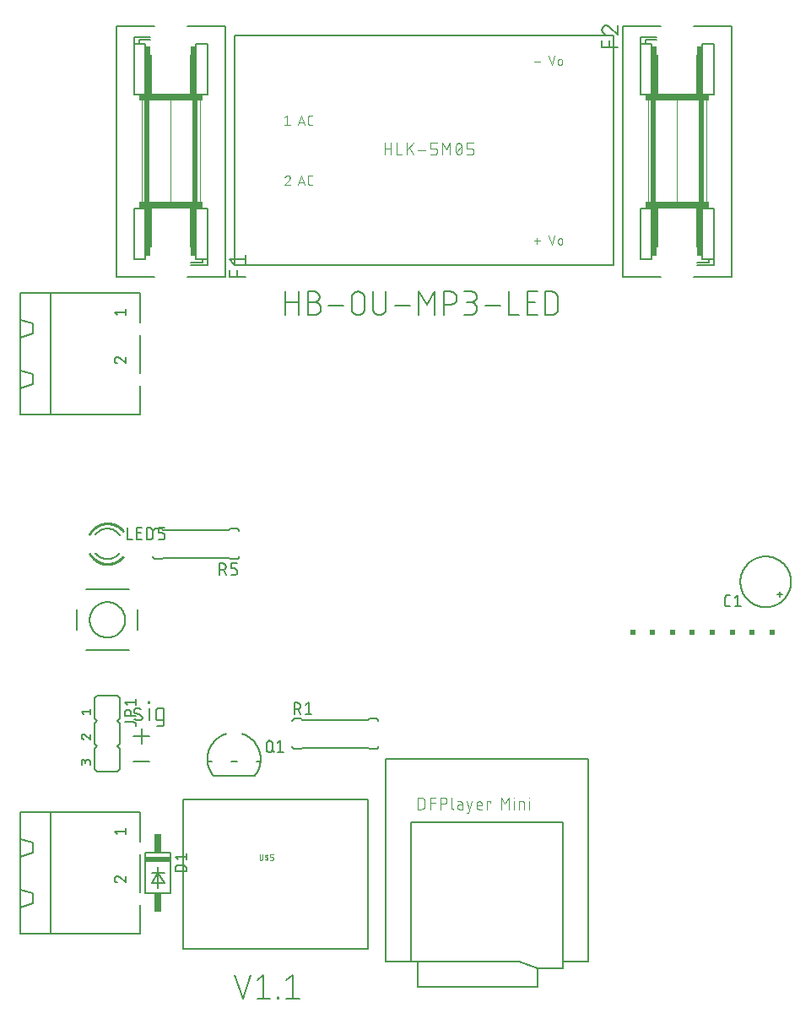
<source format=gbr>
G04 EAGLE Gerber RS-274X export*
G75*
%MOMM*%
%FSLAX34Y34*%
%LPD*%
%INSilkscreen Top*%
%IPPOS*%
%AMOC8*
5,1,8,0,0,1.08239X$1,22.5*%
G01*
%ADD10C,0.203200*%
%ADD11C,0.152400*%
%ADD12C,0.127000*%
%ADD13C,0.050800*%
%ADD14R,1.143000X0.635000*%
%ADD15R,4.064000X0.635000*%
%ADD16R,0.508000X10.160000*%
%ADD17R,0.127000X3.937000*%
%ADD18R,0.508000X4.826000*%
%ADD19C,0.177800*%
%ADD20C,0.254000*%
%ADD21R,0.508000X0.508000*%
%ADD22C,0.101600*%
%ADD23C,0.076200*%
%ADD24R,2.540000X0.508000*%
%ADD25R,0.762000X1.905000*%


D10*
X242316Y699516D02*
X242316Y722884D01*
X242316Y712498D02*
X255298Y712498D01*
X255298Y722884D02*
X255298Y699516D01*
X264734Y712498D02*
X271225Y712498D01*
X271384Y712496D01*
X271543Y712490D01*
X271703Y712480D01*
X271861Y712467D01*
X272020Y712449D01*
X272177Y712428D01*
X272335Y712402D01*
X272491Y712373D01*
X272647Y712340D01*
X272802Y712303D01*
X272956Y712263D01*
X273109Y712218D01*
X273261Y712170D01*
X273412Y712119D01*
X273561Y712063D01*
X273709Y712004D01*
X273855Y711941D01*
X274000Y711875D01*
X274143Y711805D01*
X274285Y711732D01*
X274424Y711655D01*
X274562Y711575D01*
X274698Y711491D01*
X274831Y711404D01*
X274963Y711314D01*
X275092Y711221D01*
X275218Y711124D01*
X275343Y711025D01*
X275465Y710922D01*
X275584Y710817D01*
X275701Y710708D01*
X275815Y710597D01*
X275926Y710483D01*
X276035Y710366D01*
X276140Y710247D01*
X276243Y710125D01*
X276342Y710000D01*
X276439Y709874D01*
X276532Y709745D01*
X276622Y709613D01*
X276709Y709480D01*
X276793Y709344D01*
X276873Y709206D01*
X276950Y709067D01*
X277023Y708925D01*
X277093Y708782D01*
X277159Y708637D01*
X277222Y708491D01*
X277281Y708343D01*
X277337Y708194D01*
X277388Y708043D01*
X277436Y707891D01*
X277481Y707738D01*
X277521Y707584D01*
X277558Y707429D01*
X277591Y707273D01*
X277620Y707117D01*
X277646Y706959D01*
X277667Y706802D01*
X277685Y706643D01*
X277698Y706485D01*
X277708Y706325D01*
X277714Y706166D01*
X277716Y706007D01*
X277714Y705848D01*
X277708Y705689D01*
X277698Y705529D01*
X277685Y705371D01*
X277667Y705212D01*
X277646Y705055D01*
X277620Y704897D01*
X277591Y704741D01*
X277558Y704585D01*
X277521Y704430D01*
X277481Y704276D01*
X277436Y704123D01*
X277388Y703971D01*
X277337Y703820D01*
X277281Y703671D01*
X277222Y703523D01*
X277159Y703377D01*
X277093Y703232D01*
X277023Y703089D01*
X276950Y702947D01*
X276873Y702808D01*
X276793Y702670D01*
X276709Y702534D01*
X276622Y702401D01*
X276532Y702269D01*
X276439Y702140D01*
X276342Y702014D01*
X276243Y701889D01*
X276140Y701767D01*
X276035Y701648D01*
X275926Y701531D01*
X275815Y701417D01*
X275701Y701306D01*
X275584Y701197D01*
X275465Y701092D01*
X275343Y700989D01*
X275218Y700890D01*
X275092Y700793D01*
X274963Y700700D01*
X274831Y700610D01*
X274698Y700523D01*
X274562Y700439D01*
X274424Y700359D01*
X274285Y700282D01*
X274143Y700209D01*
X274000Y700139D01*
X273855Y700073D01*
X273709Y700010D01*
X273561Y699951D01*
X273412Y699895D01*
X273261Y699844D01*
X273109Y699796D01*
X272956Y699751D01*
X272802Y699711D01*
X272647Y699674D01*
X272491Y699641D01*
X272335Y699612D01*
X272177Y699586D01*
X272020Y699565D01*
X271861Y699547D01*
X271703Y699534D01*
X271543Y699524D01*
X271384Y699518D01*
X271225Y699516D01*
X264734Y699516D01*
X264734Y722884D01*
X271225Y722884D01*
X271368Y722882D01*
X271511Y722876D01*
X271654Y722866D01*
X271796Y722852D01*
X271938Y722835D01*
X272080Y722813D01*
X272221Y722788D01*
X272361Y722758D01*
X272500Y722725D01*
X272638Y722688D01*
X272775Y722647D01*
X272911Y722603D01*
X273046Y722554D01*
X273179Y722502D01*
X273311Y722447D01*
X273441Y722387D01*
X273570Y722324D01*
X273697Y722258D01*
X273822Y722188D01*
X273944Y722115D01*
X274065Y722038D01*
X274184Y721958D01*
X274300Y721875D01*
X274415Y721789D01*
X274526Y721700D01*
X274636Y721607D01*
X274742Y721512D01*
X274846Y721413D01*
X274947Y721312D01*
X275046Y721208D01*
X275141Y721102D01*
X275234Y720992D01*
X275323Y720881D01*
X275409Y720766D01*
X275492Y720650D01*
X275572Y720531D01*
X275649Y720410D01*
X275722Y720287D01*
X275792Y720163D01*
X275858Y720036D01*
X275921Y719907D01*
X275981Y719777D01*
X276036Y719645D01*
X276088Y719512D01*
X276137Y719377D01*
X276181Y719241D01*
X276222Y719104D01*
X276259Y718966D01*
X276292Y718827D01*
X276322Y718687D01*
X276347Y718546D01*
X276369Y718404D01*
X276386Y718262D01*
X276400Y718120D01*
X276410Y717977D01*
X276416Y717834D01*
X276418Y717691D01*
X276416Y717548D01*
X276410Y717405D01*
X276400Y717262D01*
X276386Y717120D01*
X276369Y716978D01*
X276347Y716836D01*
X276322Y716695D01*
X276292Y716555D01*
X276259Y716416D01*
X276222Y716278D01*
X276181Y716141D01*
X276137Y716005D01*
X276088Y715870D01*
X276036Y715737D01*
X275981Y715605D01*
X275921Y715475D01*
X275858Y715346D01*
X275792Y715219D01*
X275722Y715095D01*
X275649Y714972D01*
X275572Y714851D01*
X275492Y714732D01*
X275409Y714616D01*
X275323Y714501D01*
X275234Y714390D01*
X275141Y714280D01*
X275046Y714174D01*
X274947Y714070D01*
X274846Y713969D01*
X274742Y713870D01*
X274636Y713775D01*
X274526Y713682D01*
X274415Y713593D01*
X274300Y713507D01*
X274184Y713424D01*
X274065Y713344D01*
X273944Y713267D01*
X273822Y713194D01*
X273697Y713124D01*
X273570Y713058D01*
X273441Y712995D01*
X273311Y712935D01*
X273179Y712880D01*
X273046Y712828D01*
X272911Y712779D01*
X272775Y712735D01*
X272638Y712694D01*
X272500Y712657D01*
X272361Y712624D01*
X272221Y712594D01*
X272080Y712569D01*
X271938Y712547D01*
X271796Y712530D01*
X271654Y712516D01*
X271511Y712506D01*
X271368Y712500D01*
X271225Y712498D01*
X284863Y708604D02*
X300442Y708604D01*
X308432Y706007D02*
X308432Y716393D01*
X308434Y716552D01*
X308440Y716711D01*
X308450Y716871D01*
X308463Y717029D01*
X308481Y717188D01*
X308502Y717345D01*
X308528Y717503D01*
X308557Y717659D01*
X308590Y717815D01*
X308627Y717970D01*
X308667Y718124D01*
X308712Y718277D01*
X308760Y718429D01*
X308811Y718580D01*
X308867Y718729D01*
X308926Y718877D01*
X308989Y719023D01*
X309055Y719168D01*
X309125Y719311D01*
X309198Y719453D01*
X309275Y719592D01*
X309355Y719730D01*
X309439Y719866D01*
X309526Y719999D01*
X309616Y720131D01*
X309709Y720260D01*
X309806Y720386D01*
X309905Y720511D01*
X310008Y720633D01*
X310113Y720752D01*
X310222Y720869D01*
X310333Y720983D01*
X310447Y721094D01*
X310564Y721203D01*
X310683Y721308D01*
X310805Y721411D01*
X310930Y721510D01*
X311056Y721607D01*
X311185Y721700D01*
X311317Y721790D01*
X311450Y721877D01*
X311586Y721961D01*
X311724Y722041D01*
X311863Y722118D01*
X312005Y722191D01*
X312148Y722261D01*
X312293Y722327D01*
X312439Y722390D01*
X312587Y722449D01*
X312736Y722505D01*
X312887Y722556D01*
X313039Y722604D01*
X313192Y722649D01*
X313346Y722689D01*
X313501Y722726D01*
X313657Y722759D01*
X313813Y722788D01*
X313971Y722814D01*
X314128Y722835D01*
X314287Y722853D01*
X314445Y722866D01*
X314605Y722876D01*
X314764Y722882D01*
X314923Y722884D01*
X315082Y722882D01*
X315241Y722876D01*
X315401Y722866D01*
X315559Y722853D01*
X315718Y722835D01*
X315875Y722814D01*
X316033Y722788D01*
X316189Y722759D01*
X316345Y722726D01*
X316500Y722689D01*
X316654Y722649D01*
X316807Y722604D01*
X316959Y722556D01*
X317110Y722505D01*
X317259Y722449D01*
X317407Y722390D01*
X317553Y722327D01*
X317698Y722261D01*
X317841Y722191D01*
X317983Y722118D01*
X318122Y722041D01*
X318260Y721961D01*
X318396Y721877D01*
X318529Y721790D01*
X318661Y721700D01*
X318790Y721607D01*
X318916Y721510D01*
X319041Y721411D01*
X319163Y721308D01*
X319282Y721203D01*
X319399Y721094D01*
X319513Y720983D01*
X319624Y720869D01*
X319733Y720752D01*
X319838Y720633D01*
X319941Y720511D01*
X320040Y720386D01*
X320137Y720260D01*
X320230Y720131D01*
X320320Y719999D01*
X320407Y719866D01*
X320491Y719730D01*
X320571Y719592D01*
X320648Y719453D01*
X320721Y719311D01*
X320791Y719168D01*
X320857Y719023D01*
X320920Y718877D01*
X320979Y718729D01*
X321035Y718580D01*
X321086Y718429D01*
X321134Y718277D01*
X321179Y718124D01*
X321219Y717970D01*
X321256Y717815D01*
X321289Y717659D01*
X321318Y717503D01*
X321344Y717345D01*
X321365Y717188D01*
X321383Y717029D01*
X321396Y716871D01*
X321406Y716711D01*
X321412Y716552D01*
X321414Y716393D01*
X321414Y706007D01*
X321412Y705848D01*
X321406Y705689D01*
X321396Y705529D01*
X321383Y705371D01*
X321365Y705212D01*
X321344Y705055D01*
X321318Y704897D01*
X321289Y704741D01*
X321256Y704585D01*
X321219Y704430D01*
X321179Y704276D01*
X321134Y704123D01*
X321086Y703971D01*
X321035Y703820D01*
X320979Y703671D01*
X320920Y703523D01*
X320857Y703377D01*
X320791Y703232D01*
X320721Y703089D01*
X320648Y702947D01*
X320571Y702808D01*
X320491Y702670D01*
X320407Y702534D01*
X320320Y702401D01*
X320230Y702269D01*
X320137Y702140D01*
X320040Y702014D01*
X319941Y701889D01*
X319838Y701767D01*
X319733Y701648D01*
X319624Y701531D01*
X319513Y701417D01*
X319399Y701306D01*
X319282Y701197D01*
X319163Y701092D01*
X319041Y700989D01*
X318916Y700890D01*
X318790Y700793D01*
X318661Y700700D01*
X318529Y700610D01*
X318396Y700523D01*
X318260Y700439D01*
X318122Y700359D01*
X317983Y700282D01*
X317841Y700209D01*
X317698Y700139D01*
X317553Y700073D01*
X317407Y700010D01*
X317259Y699951D01*
X317110Y699895D01*
X316959Y699844D01*
X316807Y699796D01*
X316654Y699751D01*
X316500Y699711D01*
X316345Y699674D01*
X316189Y699641D01*
X316033Y699612D01*
X315875Y699586D01*
X315718Y699565D01*
X315559Y699547D01*
X315401Y699534D01*
X315241Y699524D01*
X315082Y699518D01*
X314923Y699516D01*
X314764Y699518D01*
X314605Y699524D01*
X314445Y699534D01*
X314287Y699547D01*
X314128Y699565D01*
X313971Y699586D01*
X313813Y699612D01*
X313657Y699641D01*
X313501Y699674D01*
X313346Y699711D01*
X313192Y699751D01*
X313039Y699796D01*
X312887Y699844D01*
X312736Y699895D01*
X312587Y699951D01*
X312439Y700010D01*
X312293Y700073D01*
X312148Y700139D01*
X312005Y700209D01*
X311863Y700282D01*
X311724Y700359D01*
X311586Y700439D01*
X311450Y700523D01*
X311317Y700610D01*
X311185Y700700D01*
X311056Y700793D01*
X310930Y700890D01*
X310805Y700989D01*
X310683Y701092D01*
X310564Y701197D01*
X310447Y701306D01*
X310333Y701417D01*
X310222Y701531D01*
X310113Y701648D01*
X310008Y701767D01*
X309905Y701889D01*
X309806Y702014D01*
X309709Y702140D01*
X309616Y702269D01*
X309526Y702401D01*
X309439Y702534D01*
X309355Y702670D01*
X309275Y702808D01*
X309198Y702947D01*
X309125Y703089D01*
X309055Y703232D01*
X308989Y703377D01*
X308926Y703523D01*
X308867Y703671D01*
X308811Y703820D01*
X308760Y703971D01*
X308712Y704123D01*
X308667Y704276D01*
X308627Y704430D01*
X308590Y704585D01*
X308557Y704741D01*
X308528Y704897D01*
X308502Y705055D01*
X308481Y705212D01*
X308463Y705371D01*
X308450Y705529D01*
X308440Y705689D01*
X308434Y705848D01*
X308432Y706007D01*
X330007Y706007D02*
X330007Y722884D01*
X330007Y706007D02*
X330009Y705848D01*
X330015Y705689D01*
X330025Y705529D01*
X330038Y705371D01*
X330056Y705212D01*
X330077Y705055D01*
X330103Y704897D01*
X330132Y704741D01*
X330165Y704585D01*
X330202Y704430D01*
X330242Y704276D01*
X330287Y704123D01*
X330335Y703971D01*
X330386Y703820D01*
X330442Y703671D01*
X330501Y703523D01*
X330564Y703377D01*
X330630Y703232D01*
X330700Y703089D01*
X330773Y702947D01*
X330850Y702808D01*
X330930Y702670D01*
X331014Y702534D01*
X331101Y702401D01*
X331191Y702269D01*
X331284Y702140D01*
X331381Y702014D01*
X331480Y701889D01*
X331583Y701767D01*
X331688Y701648D01*
X331797Y701531D01*
X331908Y701417D01*
X332022Y701306D01*
X332139Y701197D01*
X332258Y701092D01*
X332380Y700989D01*
X332505Y700890D01*
X332631Y700793D01*
X332760Y700700D01*
X332892Y700610D01*
X333025Y700523D01*
X333161Y700439D01*
X333299Y700359D01*
X333438Y700282D01*
X333580Y700209D01*
X333723Y700139D01*
X333868Y700073D01*
X334014Y700010D01*
X334162Y699951D01*
X334311Y699895D01*
X334462Y699844D01*
X334614Y699796D01*
X334767Y699751D01*
X334921Y699711D01*
X335076Y699674D01*
X335232Y699641D01*
X335388Y699612D01*
X335546Y699586D01*
X335703Y699565D01*
X335862Y699547D01*
X336020Y699534D01*
X336180Y699524D01*
X336339Y699518D01*
X336498Y699516D01*
X336657Y699518D01*
X336816Y699524D01*
X336976Y699534D01*
X337134Y699547D01*
X337293Y699565D01*
X337450Y699586D01*
X337608Y699612D01*
X337764Y699641D01*
X337920Y699674D01*
X338075Y699711D01*
X338229Y699751D01*
X338382Y699796D01*
X338534Y699844D01*
X338685Y699895D01*
X338834Y699951D01*
X338982Y700010D01*
X339128Y700073D01*
X339273Y700139D01*
X339416Y700209D01*
X339558Y700282D01*
X339697Y700359D01*
X339835Y700439D01*
X339971Y700523D01*
X340104Y700610D01*
X340236Y700700D01*
X340365Y700793D01*
X340491Y700890D01*
X340616Y700989D01*
X340738Y701092D01*
X340857Y701197D01*
X340974Y701306D01*
X341088Y701417D01*
X341199Y701531D01*
X341308Y701648D01*
X341413Y701767D01*
X341516Y701889D01*
X341615Y702014D01*
X341712Y702140D01*
X341805Y702269D01*
X341895Y702401D01*
X341982Y702534D01*
X342066Y702670D01*
X342146Y702808D01*
X342223Y702947D01*
X342296Y703089D01*
X342366Y703232D01*
X342432Y703377D01*
X342495Y703523D01*
X342554Y703671D01*
X342610Y703820D01*
X342661Y703971D01*
X342709Y704123D01*
X342754Y704276D01*
X342794Y704430D01*
X342831Y704585D01*
X342864Y704741D01*
X342893Y704897D01*
X342919Y705055D01*
X342940Y705212D01*
X342958Y705371D01*
X342971Y705529D01*
X342981Y705689D01*
X342987Y705848D01*
X342989Y706007D01*
X342989Y722884D01*
X351675Y708604D02*
X367254Y708604D01*
X376034Y699516D02*
X376034Y722884D01*
X383823Y709902D01*
X391612Y722884D01*
X391612Y699516D01*
X401142Y699516D02*
X401142Y722884D01*
X407633Y722884D01*
X407792Y722882D01*
X407951Y722876D01*
X408111Y722866D01*
X408269Y722853D01*
X408428Y722835D01*
X408585Y722814D01*
X408743Y722788D01*
X408899Y722759D01*
X409055Y722726D01*
X409210Y722689D01*
X409364Y722649D01*
X409517Y722604D01*
X409669Y722556D01*
X409820Y722505D01*
X409969Y722449D01*
X410117Y722390D01*
X410263Y722327D01*
X410408Y722261D01*
X410551Y722191D01*
X410693Y722118D01*
X410832Y722041D01*
X410970Y721961D01*
X411106Y721877D01*
X411239Y721790D01*
X411371Y721700D01*
X411500Y721607D01*
X411626Y721510D01*
X411751Y721411D01*
X411873Y721308D01*
X411992Y721203D01*
X412109Y721094D01*
X412223Y720983D01*
X412334Y720869D01*
X412443Y720752D01*
X412548Y720633D01*
X412651Y720511D01*
X412750Y720386D01*
X412847Y720260D01*
X412940Y720131D01*
X413030Y719999D01*
X413117Y719866D01*
X413201Y719730D01*
X413281Y719592D01*
X413358Y719453D01*
X413431Y719311D01*
X413501Y719168D01*
X413567Y719023D01*
X413630Y718877D01*
X413689Y718729D01*
X413745Y718580D01*
X413796Y718429D01*
X413844Y718277D01*
X413889Y718124D01*
X413929Y717970D01*
X413966Y717815D01*
X413999Y717659D01*
X414028Y717503D01*
X414054Y717345D01*
X414075Y717188D01*
X414093Y717029D01*
X414106Y716871D01*
X414116Y716711D01*
X414122Y716552D01*
X414124Y716393D01*
X414122Y716234D01*
X414116Y716075D01*
X414106Y715915D01*
X414093Y715757D01*
X414075Y715598D01*
X414054Y715441D01*
X414028Y715283D01*
X413999Y715127D01*
X413966Y714971D01*
X413929Y714816D01*
X413889Y714662D01*
X413844Y714509D01*
X413796Y714357D01*
X413745Y714206D01*
X413689Y714057D01*
X413630Y713909D01*
X413567Y713763D01*
X413501Y713618D01*
X413431Y713475D01*
X413358Y713333D01*
X413281Y713194D01*
X413201Y713056D01*
X413117Y712920D01*
X413030Y712787D01*
X412940Y712655D01*
X412847Y712526D01*
X412750Y712400D01*
X412651Y712275D01*
X412548Y712153D01*
X412443Y712034D01*
X412334Y711917D01*
X412223Y711803D01*
X412109Y711692D01*
X411992Y711583D01*
X411873Y711478D01*
X411751Y711375D01*
X411626Y711276D01*
X411500Y711179D01*
X411371Y711086D01*
X411239Y710996D01*
X411106Y710909D01*
X410970Y710825D01*
X410832Y710745D01*
X410693Y710668D01*
X410551Y710595D01*
X410408Y710525D01*
X410263Y710459D01*
X410117Y710396D01*
X409969Y710337D01*
X409820Y710281D01*
X409669Y710230D01*
X409517Y710182D01*
X409364Y710137D01*
X409210Y710097D01*
X409055Y710060D01*
X408899Y710027D01*
X408743Y709998D01*
X408585Y709972D01*
X408428Y709951D01*
X408269Y709933D01*
X408111Y709920D01*
X407951Y709910D01*
X407792Y709904D01*
X407633Y709902D01*
X401142Y709902D01*
X421177Y699516D02*
X427668Y699516D01*
X427827Y699518D01*
X427986Y699524D01*
X428146Y699534D01*
X428304Y699547D01*
X428463Y699565D01*
X428620Y699586D01*
X428778Y699612D01*
X428934Y699641D01*
X429090Y699674D01*
X429245Y699711D01*
X429399Y699751D01*
X429552Y699796D01*
X429704Y699844D01*
X429855Y699895D01*
X430004Y699951D01*
X430152Y700010D01*
X430298Y700073D01*
X430443Y700139D01*
X430586Y700209D01*
X430728Y700282D01*
X430867Y700359D01*
X431005Y700439D01*
X431141Y700523D01*
X431274Y700610D01*
X431406Y700700D01*
X431535Y700793D01*
X431661Y700890D01*
X431786Y700989D01*
X431908Y701092D01*
X432027Y701197D01*
X432144Y701306D01*
X432258Y701417D01*
X432369Y701531D01*
X432478Y701648D01*
X432583Y701767D01*
X432686Y701889D01*
X432785Y702014D01*
X432882Y702140D01*
X432975Y702269D01*
X433065Y702401D01*
X433152Y702534D01*
X433236Y702670D01*
X433316Y702808D01*
X433393Y702947D01*
X433466Y703089D01*
X433536Y703232D01*
X433602Y703377D01*
X433665Y703523D01*
X433724Y703671D01*
X433780Y703820D01*
X433831Y703971D01*
X433879Y704123D01*
X433924Y704276D01*
X433964Y704430D01*
X434001Y704585D01*
X434034Y704741D01*
X434063Y704897D01*
X434089Y705055D01*
X434110Y705212D01*
X434128Y705371D01*
X434141Y705529D01*
X434151Y705689D01*
X434157Y705848D01*
X434159Y706007D01*
X434157Y706166D01*
X434151Y706325D01*
X434141Y706485D01*
X434128Y706643D01*
X434110Y706802D01*
X434089Y706959D01*
X434063Y707117D01*
X434034Y707273D01*
X434001Y707429D01*
X433964Y707584D01*
X433924Y707738D01*
X433879Y707891D01*
X433831Y708043D01*
X433780Y708194D01*
X433724Y708343D01*
X433665Y708491D01*
X433602Y708637D01*
X433536Y708782D01*
X433466Y708925D01*
X433393Y709067D01*
X433316Y709206D01*
X433236Y709344D01*
X433152Y709480D01*
X433065Y709613D01*
X432975Y709745D01*
X432882Y709874D01*
X432785Y710000D01*
X432686Y710125D01*
X432583Y710247D01*
X432478Y710366D01*
X432369Y710483D01*
X432258Y710597D01*
X432144Y710708D01*
X432027Y710817D01*
X431908Y710922D01*
X431786Y711025D01*
X431661Y711124D01*
X431535Y711221D01*
X431406Y711314D01*
X431274Y711404D01*
X431141Y711491D01*
X431005Y711575D01*
X430867Y711655D01*
X430728Y711732D01*
X430586Y711805D01*
X430443Y711875D01*
X430298Y711941D01*
X430152Y712004D01*
X430004Y712063D01*
X429855Y712119D01*
X429704Y712170D01*
X429552Y712218D01*
X429399Y712263D01*
X429245Y712303D01*
X429090Y712340D01*
X428934Y712373D01*
X428778Y712402D01*
X428620Y712428D01*
X428463Y712449D01*
X428304Y712467D01*
X428146Y712480D01*
X427986Y712490D01*
X427827Y712496D01*
X427668Y712498D01*
X428967Y722884D02*
X421177Y722884D01*
X428967Y722884D02*
X429110Y722882D01*
X429253Y722876D01*
X429396Y722866D01*
X429538Y722852D01*
X429680Y722835D01*
X429822Y722813D01*
X429963Y722788D01*
X430103Y722758D01*
X430242Y722725D01*
X430380Y722688D01*
X430517Y722647D01*
X430653Y722603D01*
X430788Y722554D01*
X430921Y722502D01*
X431053Y722447D01*
X431183Y722387D01*
X431312Y722324D01*
X431439Y722258D01*
X431564Y722188D01*
X431686Y722115D01*
X431807Y722038D01*
X431926Y721958D01*
X432042Y721875D01*
X432157Y721789D01*
X432268Y721700D01*
X432378Y721607D01*
X432484Y721512D01*
X432588Y721413D01*
X432689Y721312D01*
X432788Y721208D01*
X432883Y721102D01*
X432976Y720992D01*
X433065Y720881D01*
X433151Y720766D01*
X433234Y720650D01*
X433314Y720531D01*
X433391Y720410D01*
X433464Y720287D01*
X433534Y720163D01*
X433600Y720036D01*
X433663Y719907D01*
X433723Y719777D01*
X433778Y719645D01*
X433830Y719512D01*
X433879Y719377D01*
X433923Y719241D01*
X433964Y719104D01*
X434001Y718966D01*
X434034Y718827D01*
X434064Y718687D01*
X434089Y718546D01*
X434111Y718404D01*
X434128Y718262D01*
X434142Y718120D01*
X434152Y717977D01*
X434158Y717834D01*
X434160Y717691D01*
X434158Y717548D01*
X434152Y717405D01*
X434142Y717262D01*
X434128Y717120D01*
X434111Y716978D01*
X434089Y716836D01*
X434064Y716695D01*
X434034Y716555D01*
X434001Y716416D01*
X433964Y716278D01*
X433923Y716141D01*
X433879Y716005D01*
X433830Y715870D01*
X433778Y715737D01*
X433723Y715605D01*
X433663Y715475D01*
X433600Y715346D01*
X433534Y715219D01*
X433464Y715095D01*
X433391Y714972D01*
X433314Y714851D01*
X433234Y714732D01*
X433151Y714616D01*
X433065Y714501D01*
X432976Y714390D01*
X432883Y714280D01*
X432788Y714174D01*
X432689Y714070D01*
X432588Y713969D01*
X432484Y713870D01*
X432378Y713775D01*
X432268Y713682D01*
X432157Y713593D01*
X432042Y713507D01*
X431926Y713424D01*
X431807Y713344D01*
X431686Y713267D01*
X431564Y713194D01*
X431439Y713124D01*
X431312Y713058D01*
X431183Y712995D01*
X431053Y712935D01*
X430921Y712880D01*
X430788Y712828D01*
X430653Y712779D01*
X430517Y712735D01*
X430380Y712694D01*
X430242Y712657D01*
X430103Y712624D01*
X429963Y712594D01*
X429822Y712569D01*
X429680Y712547D01*
X429538Y712530D01*
X429396Y712516D01*
X429253Y712506D01*
X429110Y712500D01*
X428967Y712498D01*
X423774Y712498D01*
X442150Y708604D02*
X457729Y708604D01*
X466439Y699516D02*
X466439Y722884D01*
X466439Y699516D02*
X476825Y699516D01*
X484534Y699516D02*
X494920Y699516D01*
X484534Y699516D02*
X484534Y722884D01*
X494920Y722884D01*
X492323Y712498D02*
X484534Y712498D01*
X502605Y722884D02*
X502605Y699516D01*
X502605Y722884D02*
X509096Y722884D01*
X509255Y722882D01*
X509414Y722876D01*
X509574Y722866D01*
X509732Y722853D01*
X509891Y722835D01*
X510048Y722814D01*
X510206Y722788D01*
X510362Y722759D01*
X510518Y722726D01*
X510673Y722689D01*
X510827Y722649D01*
X510980Y722604D01*
X511132Y722556D01*
X511283Y722505D01*
X511432Y722449D01*
X511580Y722390D01*
X511726Y722327D01*
X511871Y722261D01*
X512014Y722191D01*
X512156Y722118D01*
X512295Y722041D01*
X512433Y721961D01*
X512569Y721877D01*
X512702Y721790D01*
X512834Y721700D01*
X512963Y721607D01*
X513089Y721510D01*
X513214Y721411D01*
X513336Y721308D01*
X513455Y721203D01*
X513572Y721094D01*
X513686Y720983D01*
X513797Y720869D01*
X513906Y720752D01*
X514011Y720633D01*
X514114Y720511D01*
X514213Y720386D01*
X514310Y720260D01*
X514403Y720131D01*
X514493Y719999D01*
X514580Y719866D01*
X514664Y719730D01*
X514744Y719592D01*
X514821Y719453D01*
X514894Y719311D01*
X514964Y719168D01*
X515030Y719023D01*
X515093Y718877D01*
X515152Y718729D01*
X515208Y718580D01*
X515259Y718429D01*
X515307Y718277D01*
X515352Y718124D01*
X515392Y717970D01*
X515429Y717815D01*
X515462Y717659D01*
X515491Y717503D01*
X515517Y717345D01*
X515538Y717188D01*
X515556Y717029D01*
X515569Y716871D01*
X515579Y716711D01*
X515585Y716552D01*
X515587Y716393D01*
X515587Y706007D01*
X515585Y705848D01*
X515579Y705689D01*
X515569Y705529D01*
X515556Y705371D01*
X515538Y705212D01*
X515517Y705055D01*
X515491Y704897D01*
X515462Y704741D01*
X515429Y704585D01*
X515392Y704430D01*
X515352Y704276D01*
X515307Y704123D01*
X515259Y703971D01*
X515208Y703820D01*
X515152Y703671D01*
X515093Y703523D01*
X515030Y703377D01*
X514964Y703232D01*
X514894Y703089D01*
X514821Y702947D01*
X514744Y702808D01*
X514664Y702670D01*
X514580Y702534D01*
X514493Y702401D01*
X514403Y702269D01*
X514310Y702140D01*
X514213Y702014D01*
X514114Y701889D01*
X514011Y701767D01*
X513906Y701648D01*
X513797Y701531D01*
X513686Y701417D01*
X513572Y701306D01*
X513455Y701197D01*
X513336Y701092D01*
X513214Y700989D01*
X513089Y700890D01*
X512963Y700793D01*
X512834Y700700D01*
X512702Y700610D01*
X512569Y700523D01*
X512433Y700439D01*
X512295Y700359D01*
X512156Y700282D01*
X512014Y700209D01*
X511871Y700139D01*
X511726Y700073D01*
X511580Y700010D01*
X511432Y699951D01*
X511283Y699895D01*
X511132Y699844D01*
X510980Y699795D01*
X510827Y699751D01*
X510673Y699711D01*
X510518Y699674D01*
X510362Y699641D01*
X510206Y699612D01*
X510048Y699586D01*
X509891Y699565D01*
X509732Y699547D01*
X509573Y699534D01*
X509414Y699524D01*
X509255Y699518D01*
X509096Y699516D01*
X502605Y699516D01*
X191516Y37084D02*
X199305Y13716D01*
X207095Y37084D01*
X213693Y31891D02*
X220184Y37084D01*
X220184Y13716D01*
X213693Y13716D02*
X226675Y13716D01*
X234150Y13716D02*
X234150Y15014D01*
X235448Y15014D01*
X235448Y13716D01*
X234150Y13716D01*
X242923Y31891D02*
X249414Y37084D01*
X249414Y13716D01*
X242923Y13716D02*
X255905Y13716D01*
X105228Y251248D02*
X89916Y251248D01*
X89916Y276648D02*
X105228Y276648D01*
X97572Y268992D02*
X97572Y284304D01*
D11*
X96847Y297994D02*
X91715Y300047D01*
X91620Y300087D01*
X91527Y300131D01*
X91436Y300178D01*
X91347Y300228D01*
X91260Y300282D01*
X91175Y300340D01*
X91092Y300400D01*
X91011Y300464D01*
X90934Y300531D01*
X90858Y300600D01*
X90786Y300673D01*
X90716Y300748D01*
X90649Y300826D01*
X90586Y300906D01*
X90525Y300989D01*
X90468Y301074D01*
X90414Y301161D01*
X90363Y301251D01*
X90316Y301342D01*
X90273Y301435D01*
X90233Y301529D01*
X90196Y301625D01*
X90164Y301722D01*
X90135Y301821D01*
X90110Y301920D01*
X90089Y302020D01*
X90072Y302122D01*
X90058Y302223D01*
X90049Y302325D01*
X90044Y302428D01*
X90042Y302530D01*
X90044Y302633D01*
X90051Y302735D01*
X90061Y302837D01*
X90076Y302939D01*
X90094Y303040D01*
X90116Y303140D01*
X90142Y303239D01*
X90171Y303337D01*
X90205Y303434D01*
X90242Y303530D01*
X90283Y303624D01*
X90327Y303717D01*
X90375Y303807D01*
X90427Y303896D01*
X90481Y303983D01*
X90539Y304067D01*
X90601Y304149D01*
X90665Y304229D01*
X90733Y304306D01*
X90803Y304381D01*
X90876Y304453D01*
X90952Y304522D01*
X91031Y304588D01*
X91112Y304651D01*
X91195Y304711D01*
X91281Y304767D01*
X91368Y304820D01*
X91458Y304870D01*
X91550Y304916D01*
X91643Y304959D01*
X91738Y304998D01*
X91834Y305033D01*
X91932Y305065D01*
X92030Y305093D01*
X92130Y305117D01*
X92231Y305137D01*
X92332Y305153D01*
X92434Y305165D01*
X92536Y305174D01*
X92638Y305178D01*
X92741Y305179D01*
X92742Y305180D02*
X93022Y305172D01*
X93302Y305158D01*
X93581Y305137D01*
X93860Y305110D01*
X94138Y305076D01*
X94416Y305035D01*
X94692Y304987D01*
X94967Y304933D01*
X95240Y304872D01*
X95512Y304805D01*
X95783Y304731D01*
X96051Y304651D01*
X96318Y304564D01*
X96582Y304471D01*
X96844Y304371D01*
X97104Y304265D01*
X97361Y304153D01*
X96847Y297994D02*
X96942Y297954D01*
X97035Y297910D01*
X97126Y297863D01*
X97215Y297813D01*
X97302Y297759D01*
X97387Y297701D01*
X97470Y297641D01*
X97551Y297577D01*
X97628Y297510D01*
X97704Y297441D01*
X97776Y297368D01*
X97846Y297293D01*
X97913Y297215D01*
X97976Y297135D01*
X98037Y297052D01*
X98094Y296967D01*
X98148Y296880D01*
X98199Y296790D01*
X98246Y296699D01*
X98289Y296606D01*
X98329Y296512D01*
X98366Y296416D01*
X98398Y296319D01*
X98427Y296220D01*
X98452Y296121D01*
X98473Y296021D01*
X98490Y295919D01*
X98504Y295818D01*
X98513Y295716D01*
X98518Y295613D01*
X98520Y295511D01*
X98518Y295408D01*
X98511Y295306D01*
X98501Y295204D01*
X98486Y295102D01*
X98468Y295001D01*
X98446Y294901D01*
X98420Y294802D01*
X98391Y294704D01*
X98357Y294607D01*
X98320Y294511D01*
X98279Y294417D01*
X98235Y294324D01*
X98187Y294234D01*
X98135Y294145D01*
X98081Y294058D01*
X98023Y293974D01*
X97961Y293892D01*
X97897Y293812D01*
X97829Y293735D01*
X97759Y293660D01*
X97686Y293588D01*
X97610Y293519D01*
X97531Y293453D01*
X97450Y293390D01*
X97367Y293330D01*
X97281Y293274D01*
X97194Y293221D01*
X97104Y293171D01*
X97012Y293125D01*
X96919Y293082D01*
X96824Y293043D01*
X96728Y293008D01*
X96630Y292976D01*
X96532Y292948D01*
X96432Y292924D01*
X96331Y292904D01*
X96230Y292888D01*
X96128Y292876D01*
X96026Y292867D01*
X95924Y292863D01*
X95821Y292862D01*
X95820Y292862D02*
X95409Y292873D01*
X94998Y292893D01*
X94587Y292923D01*
X94177Y292963D01*
X93769Y293013D01*
X93361Y293072D01*
X92955Y293141D01*
X92551Y293219D01*
X92149Y293307D01*
X91749Y293405D01*
X91351Y293512D01*
X90956Y293628D01*
X90564Y293753D01*
X90175Y293888D01*
X105206Y292862D02*
X105206Y305179D01*
X104693Y310312D02*
X104693Y311338D01*
X105719Y311338D01*
X105719Y310312D01*
X104693Y310312D01*
X115039Y292862D02*
X120171Y292862D01*
X115039Y292862D02*
X114929Y292864D01*
X114819Y292870D01*
X114710Y292880D01*
X114601Y292893D01*
X114492Y292911D01*
X114385Y292932D01*
X114278Y292958D01*
X114172Y292987D01*
X114067Y293020D01*
X113963Y293056D01*
X113861Y293096D01*
X113760Y293140D01*
X113661Y293188D01*
X113563Y293239D01*
X113468Y293293D01*
X113374Y293351D01*
X113283Y293412D01*
X113194Y293476D01*
X113107Y293544D01*
X113023Y293614D01*
X112941Y293687D01*
X112862Y293764D01*
X112785Y293843D01*
X112712Y293925D01*
X112642Y294009D01*
X112574Y294096D01*
X112510Y294185D01*
X112449Y294276D01*
X112391Y294370D01*
X112337Y294465D01*
X112286Y294563D01*
X112238Y294662D01*
X112194Y294763D01*
X112154Y294865D01*
X112118Y294969D01*
X112085Y295074D01*
X112056Y295180D01*
X112030Y295287D01*
X112009Y295394D01*
X111991Y295503D01*
X111978Y295612D01*
X111968Y295721D01*
X111962Y295831D01*
X111960Y295941D01*
X111960Y302100D01*
X111962Y302210D01*
X111968Y302320D01*
X111978Y302429D01*
X111991Y302538D01*
X112009Y302647D01*
X112030Y302754D01*
X112056Y302861D01*
X112085Y302967D01*
X112118Y303072D01*
X112154Y303176D01*
X112194Y303278D01*
X112238Y303379D01*
X112286Y303478D01*
X112337Y303576D01*
X112391Y303671D01*
X112449Y303765D01*
X112510Y303856D01*
X112574Y303945D01*
X112642Y304032D01*
X112712Y304116D01*
X112785Y304198D01*
X112862Y304277D01*
X112941Y304354D01*
X113023Y304427D01*
X113107Y304497D01*
X113194Y304565D01*
X113283Y304629D01*
X113374Y304690D01*
X113468Y304748D01*
X113563Y304802D01*
X113661Y304853D01*
X113760Y304901D01*
X113861Y304945D01*
X113963Y304985D01*
X114067Y305021D01*
X114172Y305054D01*
X114278Y305083D01*
X114385Y305109D01*
X114492Y305130D01*
X114601Y305148D01*
X114710Y305161D01*
X114819Y305171D01*
X114929Y305177D01*
X115039Y305179D01*
X120171Y305179D01*
X120171Y289783D01*
X120169Y289673D01*
X120163Y289563D01*
X120153Y289454D01*
X120140Y289345D01*
X120122Y289236D01*
X120101Y289129D01*
X120075Y289022D01*
X120046Y288916D01*
X120013Y288811D01*
X119977Y288707D01*
X119937Y288605D01*
X119893Y288504D01*
X119845Y288405D01*
X119794Y288307D01*
X119740Y288212D01*
X119682Y288118D01*
X119621Y288027D01*
X119557Y287938D01*
X119489Y287851D01*
X119419Y287767D01*
X119346Y287685D01*
X119269Y287606D01*
X119190Y287530D01*
X119108Y287456D01*
X119024Y287386D01*
X118937Y287318D01*
X118848Y287254D01*
X118757Y287193D01*
X118663Y287135D01*
X118568Y287081D01*
X118470Y287030D01*
X118371Y286982D01*
X118270Y286938D01*
X118168Y286898D01*
X118064Y286862D01*
X117960Y286829D01*
X117854Y286800D01*
X117747Y286774D01*
X117639Y286753D01*
X117530Y286735D01*
X117421Y286722D01*
X117312Y286712D01*
X117202Y286706D01*
X117092Y286704D01*
X117092Y286703D02*
X112986Y286703D01*
X737870Y419100D02*
X740410Y419100D01*
X737870Y419100D02*
X737870Y421640D01*
X737870Y419100D02*
X735330Y419100D01*
X737870Y419100D02*
X737870Y416560D01*
X698500Y431800D02*
X698508Y432423D01*
X698531Y433046D01*
X698569Y433669D01*
X698622Y434290D01*
X698691Y434909D01*
X698775Y435527D01*
X698874Y436142D01*
X698988Y436755D01*
X699117Y437365D01*
X699261Y437972D01*
X699420Y438575D01*
X699594Y439173D01*
X699782Y439768D01*
X699985Y440357D01*
X700202Y440941D01*
X700433Y441520D01*
X700679Y442093D01*
X700939Y442660D01*
X701212Y443220D01*
X701499Y443773D01*
X701800Y444320D01*
X702114Y444858D01*
X702441Y445389D01*
X702781Y445911D01*
X703133Y446426D01*
X703499Y446931D01*
X703876Y447427D01*
X704266Y447914D01*
X704667Y448391D01*
X705080Y448858D01*
X705504Y449314D01*
X705939Y449761D01*
X706386Y450196D01*
X706842Y450620D01*
X707309Y451033D01*
X707786Y451434D01*
X708273Y451824D01*
X708769Y452201D01*
X709274Y452567D01*
X709789Y452919D01*
X710311Y453259D01*
X710842Y453586D01*
X711380Y453900D01*
X711927Y454201D01*
X712480Y454488D01*
X713040Y454761D01*
X713607Y455021D01*
X714180Y455267D01*
X714759Y455498D01*
X715343Y455715D01*
X715932Y455918D01*
X716527Y456106D01*
X717125Y456280D01*
X717728Y456439D01*
X718335Y456583D01*
X718945Y456712D01*
X719558Y456826D01*
X720173Y456925D01*
X720791Y457009D01*
X721410Y457078D01*
X722031Y457131D01*
X722654Y457169D01*
X723277Y457192D01*
X723900Y457200D01*
X724523Y457192D01*
X725146Y457169D01*
X725769Y457131D01*
X726390Y457078D01*
X727009Y457009D01*
X727627Y456925D01*
X728242Y456826D01*
X728855Y456712D01*
X729465Y456583D01*
X730072Y456439D01*
X730675Y456280D01*
X731273Y456106D01*
X731868Y455918D01*
X732457Y455715D01*
X733041Y455498D01*
X733620Y455267D01*
X734193Y455021D01*
X734760Y454761D01*
X735320Y454488D01*
X735873Y454201D01*
X736420Y453900D01*
X736958Y453586D01*
X737489Y453259D01*
X738011Y452919D01*
X738526Y452567D01*
X739031Y452201D01*
X739527Y451824D01*
X740014Y451434D01*
X740491Y451033D01*
X740958Y450620D01*
X741414Y450196D01*
X741861Y449761D01*
X742296Y449314D01*
X742720Y448858D01*
X743133Y448391D01*
X743534Y447914D01*
X743924Y447427D01*
X744301Y446931D01*
X744667Y446426D01*
X745019Y445911D01*
X745359Y445389D01*
X745686Y444858D01*
X746000Y444320D01*
X746301Y443773D01*
X746588Y443220D01*
X746861Y442660D01*
X747121Y442093D01*
X747367Y441520D01*
X747598Y440941D01*
X747815Y440357D01*
X748018Y439768D01*
X748206Y439173D01*
X748380Y438575D01*
X748539Y437972D01*
X748683Y437365D01*
X748812Y436755D01*
X748926Y436142D01*
X749025Y435527D01*
X749109Y434909D01*
X749178Y434290D01*
X749231Y433669D01*
X749269Y433046D01*
X749292Y432423D01*
X749300Y431800D01*
X749292Y431177D01*
X749269Y430554D01*
X749231Y429931D01*
X749178Y429310D01*
X749109Y428691D01*
X749025Y428073D01*
X748926Y427458D01*
X748812Y426845D01*
X748683Y426235D01*
X748539Y425628D01*
X748380Y425025D01*
X748206Y424427D01*
X748018Y423832D01*
X747815Y423243D01*
X747598Y422659D01*
X747367Y422080D01*
X747121Y421507D01*
X746861Y420940D01*
X746588Y420380D01*
X746301Y419827D01*
X746000Y419280D01*
X745686Y418742D01*
X745359Y418211D01*
X745019Y417689D01*
X744667Y417174D01*
X744301Y416669D01*
X743924Y416173D01*
X743534Y415686D01*
X743133Y415209D01*
X742720Y414742D01*
X742296Y414286D01*
X741861Y413839D01*
X741414Y413404D01*
X740958Y412980D01*
X740491Y412567D01*
X740014Y412166D01*
X739527Y411776D01*
X739031Y411399D01*
X738526Y411033D01*
X738011Y410681D01*
X737489Y410341D01*
X736958Y410014D01*
X736420Y409700D01*
X735873Y409399D01*
X735320Y409112D01*
X734760Y408839D01*
X734193Y408579D01*
X733620Y408333D01*
X733041Y408102D01*
X732457Y407885D01*
X731868Y407682D01*
X731273Y407494D01*
X730675Y407320D01*
X730072Y407161D01*
X729465Y407017D01*
X728855Y406888D01*
X728242Y406774D01*
X727627Y406675D01*
X727009Y406591D01*
X726390Y406522D01*
X725769Y406469D01*
X725146Y406431D01*
X724523Y406408D01*
X723900Y406400D01*
X723277Y406408D01*
X722654Y406431D01*
X722031Y406469D01*
X721410Y406522D01*
X720791Y406591D01*
X720173Y406675D01*
X719558Y406774D01*
X718945Y406888D01*
X718335Y407017D01*
X717728Y407161D01*
X717125Y407320D01*
X716527Y407494D01*
X715932Y407682D01*
X715343Y407885D01*
X714759Y408102D01*
X714180Y408333D01*
X713607Y408579D01*
X713040Y408839D01*
X712480Y409112D01*
X711927Y409399D01*
X711380Y409700D01*
X710842Y410014D01*
X710311Y410341D01*
X709789Y410681D01*
X709274Y411033D01*
X708769Y411399D01*
X708273Y411776D01*
X707786Y412166D01*
X707309Y412567D01*
X706842Y412980D01*
X706386Y413404D01*
X705939Y413839D01*
X705504Y414286D01*
X705080Y414742D01*
X704667Y415209D01*
X704266Y415686D01*
X703876Y416173D01*
X703499Y416669D01*
X703133Y417174D01*
X702781Y417689D01*
X702441Y418211D01*
X702114Y418742D01*
X701800Y419280D01*
X701499Y419827D01*
X701212Y420380D01*
X700939Y420940D01*
X700679Y421507D01*
X700433Y422080D01*
X700202Y422659D01*
X699985Y423243D01*
X699782Y423832D01*
X699594Y424427D01*
X699420Y425025D01*
X699261Y425628D01*
X699117Y426235D01*
X698988Y426845D01*
X698874Y427458D01*
X698775Y428073D01*
X698691Y428691D01*
X698622Y429310D01*
X698569Y429931D01*
X698531Y430554D01*
X698508Y431177D01*
X698500Y431800D01*
D12*
X688303Y407035D02*
X685763Y407035D01*
X685663Y407037D01*
X685564Y407043D01*
X685464Y407053D01*
X685366Y407066D01*
X685267Y407084D01*
X685170Y407105D01*
X685074Y407130D01*
X684978Y407159D01*
X684884Y407192D01*
X684791Y407228D01*
X684700Y407268D01*
X684610Y407312D01*
X684522Y407359D01*
X684436Y407409D01*
X684352Y407463D01*
X684270Y407520D01*
X684191Y407580D01*
X684113Y407644D01*
X684039Y407710D01*
X683967Y407779D01*
X683898Y407851D01*
X683832Y407925D01*
X683768Y408003D01*
X683708Y408082D01*
X683651Y408164D01*
X683597Y408248D01*
X683547Y408334D01*
X683500Y408422D01*
X683456Y408512D01*
X683416Y408603D01*
X683380Y408696D01*
X683347Y408790D01*
X683318Y408886D01*
X683293Y408982D01*
X683272Y409079D01*
X683254Y409178D01*
X683241Y409276D01*
X683231Y409376D01*
X683225Y409475D01*
X683223Y409575D01*
X683223Y415925D01*
X683225Y416025D01*
X683231Y416124D01*
X683241Y416224D01*
X683254Y416322D01*
X683272Y416421D01*
X683293Y416518D01*
X683318Y416614D01*
X683347Y416710D01*
X683380Y416804D01*
X683416Y416897D01*
X683456Y416988D01*
X683500Y417078D01*
X683547Y417166D01*
X683597Y417252D01*
X683651Y417336D01*
X683708Y417418D01*
X683768Y417497D01*
X683832Y417575D01*
X683898Y417649D01*
X683967Y417721D01*
X684039Y417790D01*
X684113Y417856D01*
X684191Y417920D01*
X684270Y417980D01*
X684352Y418037D01*
X684436Y418091D01*
X684522Y418141D01*
X684610Y418188D01*
X684700Y418232D01*
X684791Y418272D01*
X684884Y418308D01*
X684978Y418341D01*
X685074Y418370D01*
X685170Y418395D01*
X685267Y418416D01*
X685366Y418434D01*
X685464Y418447D01*
X685564Y418457D01*
X685663Y418463D01*
X685763Y418465D01*
X688303Y418465D01*
X692785Y415925D02*
X695960Y418465D01*
X695960Y407035D01*
X692785Y407035D02*
X699135Y407035D01*
D10*
X85090Y363220D02*
X41910Y363220D01*
X41910Y424180D02*
X85090Y424180D01*
X33020Y403860D02*
X33020Y383720D01*
X93980Y383420D02*
X93980Y403860D01*
X45720Y393700D02*
X45725Y394136D01*
X45741Y394572D01*
X45768Y395008D01*
X45806Y395443D01*
X45854Y395876D01*
X45912Y396309D01*
X45982Y396740D01*
X46062Y397169D01*
X46152Y397596D01*
X46253Y398020D01*
X46364Y398442D01*
X46486Y398861D01*
X46617Y399277D01*
X46759Y399690D01*
X46911Y400099D01*
X47073Y400504D01*
X47245Y400905D01*
X47427Y401302D01*
X47618Y401694D01*
X47819Y402081D01*
X48030Y402464D01*
X48250Y402841D01*
X48479Y403212D01*
X48716Y403578D01*
X48963Y403938D01*
X49219Y404292D01*
X49483Y404639D01*
X49756Y404980D01*
X50037Y405313D01*
X50326Y405640D01*
X50623Y405960D01*
X50928Y406272D01*
X51240Y406577D01*
X51560Y406874D01*
X51887Y407163D01*
X52220Y407444D01*
X52561Y407717D01*
X52908Y407981D01*
X53262Y408237D01*
X53622Y408484D01*
X53988Y408721D01*
X54359Y408950D01*
X54736Y409170D01*
X55119Y409381D01*
X55506Y409582D01*
X55898Y409773D01*
X56295Y409955D01*
X56696Y410127D01*
X57101Y410289D01*
X57510Y410441D01*
X57923Y410583D01*
X58339Y410714D01*
X58758Y410836D01*
X59180Y410947D01*
X59604Y411048D01*
X60031Y411138D01*
X60460Y411218D01*
X60891Y411288D01*
X61324Y411346D01*
X61757Y411394D01*
X62192Y411432D01*
X62628Y411459D01*
X63064Y411475D01*
X63500Y411480D01*
X63936Y411475D01*
X64372Y411459D01*
X64808Y411432D01*
X65243Y411394D01*
X65676Y411346D01*
X66109Y411288D01*
X66540Y411218D01*
X66969Y411138D01*
X67396Y411048D01*
X67820Y410947D01*
X68242Y410836D01*
X68661Y410714D01*
X69077Y410583D01*
X69490Y410441D01*
X69899Y410289D01*
X70304Y410127D01*
X70705Y409955D01*
X71102Y409773D01*
X71494Y409582D01*
X71881Y409381D01*
X72264Y409170D01*
X72641Y408950D01*
X73012Y408721D01*
X73378Y408484D01*
X73738Y408237D01*
X74092Y407981D01*
X74439Y407717D01*
X74780Y407444D01*
X75113Y407163D01*
X75440Y406874D01*
X75760Y406577D01*
X76072Y406272D01*
X76377Y405960D01*
X76674Y405640D01*
X76963Y405313D01*
X77244Y404980D01*
X77517Y404639D01*
X77781Y404292D01*
X78037Y403938D01*
X78284Y403578D01*
X78521Y403212D01*
X78750Y402841D01*
X78970Y402464D01*
X79181Y402081D01*
X79382Y401694D01*
X79573Y401302D01*
X79755Y400905D01*
X79927Y400504D01*
X80089Y400099D01*
X80241Y399690D01*
X80383Y399277D01*
X80514Y398861D01*
X80636Y398442D01*
X80747Y398020D01*
X80848Y397596D01*
X80938Y397169D01*
X81018Y396740D01*
X81088Y396309D01*
X81146Y395876D01*
X81194Y395443D01*
X81232Y395008D01*
X81259Y394572D01*
X81275Y394136D01*
X81280Y393700D01*
X81275Y393264D01*
X81259Y392828D01*
X81232Y392392D01*
X81194Y391957D01*
X81146Y391524D01*
X81088Y391091D01*
X81018Y390660D01*
X80938Y390231D01*
X80848Y389804D01*
X80747Y389380D01*
X80636Y388958D01*
X80514Y388539D01*
X80383Y388123D01*
X80241Y387710D01*
X80089Y387301D01*
X79927Y386896D01*
X79755Y386495D01*
X79573Y386098D01*
X79382Y385706D01*
X79181Y385319D01*
X78970Y384936D01*
X78750Y384559D01*
X78521Y384188D01*
X78284Y383822D01*
X78037Y383462D01*
X77781Y383108D01*
X77517Y382761D01*
X77244Y382420D01*
X76963Y382087D01*
X76674Y381760D01*
X76377Y381440D01*
X76072Y381128D01*
X75760Y380823D01*
X75440Y380526D01*
X75113Y380237D01*
X74780Y379956D01*
X74439Y379683D01*
X74092Y379419D01*
X73738Y379163D01*
X73378Y378916D01*
X73012Y378679D01*
X72641Y378450D01*
X72264Y378230D01*
X71881Y378019D01*
X71494Y377818D01*
X71102Y377627D01*
X70705Y377445D01*
X70304Y377273D01*
X69899Y377111D01*
X69490Y376959D01*
X69077Y376817D01*
X68661Y376686D01*
X68242Y376564D01*
X67820Y376453D01*
X67396Y376352D01*
X66969Y376262D01*
X66540Y376182D01*
X66109Y376112D01*
X65676Y376054D01*
X65243Y376006D01*
X64808Y375968D01*
X64372Y375941D01*
X63936Y375925D01*
X63500Y375920D01*
X63064Y375925D01*
X62628Y375941D01*
X62192Y375968D01*
X61757Y376006D01*
X61324Y376054D01*
X60891Y376112D01*
X60460Y376182D01*
X60031Y376262D01*
X59604Y376352D01*
X59180Y376453D01*
X58758Y376564D01*
X58339Y376686D01*
X57923Y376817D01*
X57510Y376959D01*
X57101Y377111D01*
X56696Y377273D01*
X56295Y377445D01*
X55898Y377627D01*
X55506Y377818D01*
X55119Y378019D01*
X54736Y378230D01*
X54359Y378450D01*
X53988Y378679D01*
X53622Y378916D01*
X53262Y379163D01*
X52908Y379419D01*
X52561Y379683D01*
X52220Y379956D01*
X51887Y380237D01*
X51560Y380526D01*
X51240Y380823D01*
X50928Y381128D01*
X50623Y381440D01*
X50326Y381760D01*
X50037Y382087D01*
X49756Y382420D01*
X49483Y382761D01*
X49219Y383108D01*
X48963Y383462D01*
X48716Y383822D01*
X48479Y384188D01*
X48250Y384559D01*
X48030Y384936D01*
X47819Y385319D01*
X47618Y385706D01*
X47427Y386098D01*
X47245Y386495D01*
X47073Y386896D01*
X46911Y387301D01*
X46759Y387710D01*
X46617Y388123D01*
X46486Y388539D01*
X46364Y388958D01*
X46253Y389380D01*
X46152Y389804D01*
X46062Y390231D01*
X45982Y390660D01*
X45912Y391091D01*
X45854Y391524D01*
X45806Y391957D01*
X45768Y392392D01*
X45741Y392828D01*
X45725Y393264D01*
X45720Y393700D01*
D11*
X181610Y737870D02*
X181610Y989330D01*
X72390Y989330D02*
X72390Y737870D01*
D13*
X156210Y812800D02*
X156210Y914400D01*
X97790Y914400D02*
X97790Y812800D01*
D11*
X90170Y806450D02*
X90170Y755650D01*
X158750Y755650D02*
X163830Y755650D01*
X152400Y755650D02*
X152400Y806450D01*
X101600Y755650D02*
X90170Y755650D01*
X101600Y755650D02*
X101600Y806450D01*
X163830Y806450D02*
X163830Y755650D01*
X163830Y806450D02*
X152400Y806450D01*
X163830Y755650D02*
X163830Y749300D01*
X147320Y749300D01*
X147320Y751840D02*
X158750Y751840D01*
X158750Y755650D01*
X152400Y755650D01*
X101600Y806450D02*
X90170Y806450D01*
X163830Y920750D02*
X163830Y971550D01*
X95250Y971550D02*
X90170Y971550D01*
X101600Y971550D02*
X101600Y920750D01*
X152400Y971550D02*
X163830Y971550D01*
X152400Y971550D02*
X152400Y920750D01*
X90170Y920750D02*
X90170Y971550D01*
X90170Y920750D02*
X101600Y920750D01*
X90170Y971550D02*
X90170Y977900D01*
X106680Y977900D01*
X106680Y975360D02*
X95250Y975360D01*
X95250Y971550D01*
X101600Y971550D01*
X152400Y920750D02*
X163830Y920750D01*
D13*
X127000Y915670D02*
X127000Y811530D01*
D11*
X110490Y989330D02*
X72390Y989330D01*
X143510Y989330D02*
X181610Y989330D01*
X110490Y737870D02*
X72390Y737870D01*
X143510Y737870D02*
X181610Y737870D01*
D14*
X153035Y809625D03*
X100965Y809625D03*
D15*
X127000Y809625D03*
D14*
X100965Y917575D03*
X153035Y917575D03*
D15*
X127000Y917575D03*
D16*
X102870Y863600D03*
X151130Y863600D03*
D17*
X146685Y940435D03*
X107315Y940435D03*
X107315Y786765D03*
X146685Y786765D03*
D18*
X149860Y782320D03*
X104140Y782320D03*
X104140Y944880D03*
X149860Y944880D03*
D19*
X186309Y737489D02*
X202311Y737489D01*
X186309Y737489D02*
X186309Y744601D01*
X193421Y744601D02*
X193421Y737489D01*
X189865Y750482D02*
X186309Y754927D01*
X202311Y754927D01*
X202311Y750482D02*
X202311Y759372D01*
D11*
X580390Y737870D02*
X580390Y989330D01*
X689610Y989330D02*
X689610Y737870D01*
D13*
X605790Y812800D02*
X605790Y914400D01*
X664210Y914400D02*
X664210Y812800D01*
D11*
X671830Y920750D02*
X671830Y971550D01*
X603250Y971550D02*
X598170Y971550D01*
X609600Y971550D02*
X609600Y920750D01*
X660400Y971550D02*
X671830Y971550D01*
X660400Y971550D02*
X660400Y920750D01*
X598170Y920750D02*
X598170Y971550D01*
X598170Y920750D02*
X609600Y920750D01*
X598170Y971550D02*
X598170Y977900D01*
X614680Y977900D01*
X614680Y975360D02*
X603250Y975360D01*
X603250Y971550D01*
X609600Y971550D01*
X660400Y920750D02*
X671830Y920750D01*
X598170Y806450D02*
X598170Y755650D01*
X666750Y755650D02*
X671830Y755650D01*
X660400Y755650D02*
X660400Y806450D01*
X609600Y755650D02*
X598170Y755650D01*
X609600Y755650D02*
X609600Y806450D01*
X671830Y806450D02*
X671830Y755650D01*
X671830Y806450D02*
X660400Y806450D01*
X671830Y755650D02*
X671830Y749300D01*
X655320Y749300D01*
X655320Y751840D02*
X666750Y751840D01*
X666750Y755650D01*
X660400Y755650D01*
X609600Y806450D02*
X598170Y806450D01*
D13*
X635000Y811530D02*
X635000Y915670D01*
D11*
X651510Y737870D02*
X689610Y737870D01*
X618490Y737870D02*
X580390Y737870D01*
X651510Y989330D02*
X689610Y989330D01*
X618490Y989330D02*
X580390Y989330D01*
D14*
X608965Y917575D03*
X661035Y917575D03*
D15*
X635000Y917575D03*
D14*
X661035Y809625D03*
X608965Y809625D03*
D15*
X635000Y809625D03*
D16*
X659130Y863600D03*
X610870Y863600D03*
D17*
X615315Y786765D03*
X654685Y786765D03*
X654685Y940435D03*
X615315Y940435D03*
D18*
X612140Y944880D03*
X657860Y944880D03*
X657860Y782320D03*
X612140Y782320D03*
D19*
X575691Y967828D02*
X559689Y967828D01*
X559689Y974940D01*
X566801Y974940D02*
X566801Y967828D01*
X559689Y985711D02*
X559691Y985837D01*
X559697Y985962D01*
X559707Y986088D01*
X559721Y986212D01*
X559738Y986337D01*
X559760Y986461D01*
X559785Y986584D01*
X559815Y986706D01*
X559848Y986827D01*
X559885Y986947D01*
X559926Y987066D01*
X559970Y987184D01*
X560018Y987300D01*
X560070Y987415D01*
X560125Y987527D01*
X560184Y987638D01*
X560246Y987748D01*
X560312Y987855D01*
X560381Y987960D01*
X560453Y988063D01*
X560529Y988163D01*
X560607Y988261D01*
X560689Y988357D01*
X560773Y988450D01*
X560861Y988540D01*
X560951Y988628D01*
X561044Y988712D01*
X561140Y988794D01*
X561238Y988872D01*
X561338Y988948D01*
X561441Y989020D01*
X561546Y989089D01*
X561653Y989155D01*
X561763Y989217D01*
X561874Y989276D01*
X561986Y989331D01*
X562101Y989383D01*
X562217Y989431D01*
X562335Y989475D01*
X562454Y989516D01*
X562574Y989553D01*
X562695Y989586D01*
X562817Y989616D01*
X562940Y989641D01*
X563064Y989663D01*
X563189Y989680D01*
X563313Y989694D01*
X563439Y989704D01*
X563564Y989710D01*
X563690Y989712D01*
X559689Y985711D02*
X559691Y985570D01*
X559697Y985430D01*
X559706Y985290D01*
X559720Y985150D01*
X559737Y985011D01*
X559758Y984872D01*
X559783Y984733D01*
X559811Y984596D01*
X559844Y984459D01*
X559880Y984323D01*
X559920Y984188D01*
X559963Y984055D01*
X560010Y983922D01*
X560061Y983791D01*
X560115Y983662D01*
X560173Y983534D01*
X560234Y983407D01*
X560299Y983282D01*
X560367Y983160D01*
X560438Y983039D01*
X560513Y982919D01*
X560591Y982803D01*
X560672Y982688D01*
X560756Y982575D01*
X560844Y982465D01*
X560934Y982357D01*
X561027Y982252D01*
X561123Y982150D01*
X561222Y982050D01*
X561323Y981952D01*
X561427Y981858D01*
X561534Y981766D01*
X561643Y981678D01*
X561754Y981592D01*
X561868Y981510D01*
X561984Y981430D01*
X562102Y981354D01*
X562222Y981281D01*
X562344Y981212D01*
X562468Y981145D01*
X562594Y981082D01*
X562721Y981023D01*
X562850Y980967D01*
X562980Y980915D01*
X563112Y980866D01*
X563245Y980821D01*
X566802Y988377D02*
X566711Y988469D01*
X566618Y988559D01*
X566523Y988645D01*
X566425Y988729D01*
X566324Y988809D01*
X566221Y988887D01*
X566116Y988961D01*
X566008Y989032D01*
X565899Y989100D01*
X565787Y989164D01*
X565674Y989226D01*
X565559Y989283D01*
X565442Y989338D01*
X565323Y989389D01*
X565203Y989436D01*
X565082Y989479D01*
X564960Y989519D01*
X564836Y989555D01*
X564711Y989588D01*
X564586Y989617D01*
X564459Y989642D01*
X564332Y989663D01*
X564204Y989680D01*
X564076Y989694D01*
X563948Y989703D01*
X563819Y989709D01*
X563690Y989711D01*
X566801Y988378D02*
X575691Y980821D01*
X575691Y989711D01*
D11*
X73660Y317500D02*
X53340Y317500D01*
X76200Y264160D02*
X76200Y243840D01*
X76200Y264160D02*
X73660Y266700D01*
X50800Y264160D02*
X50800Y243840D01*
X50800Y264160D02*
X53340Y266700D01*
X50800Y243840D02*
X53340Y241300D01*
X73660Y241300D02*
X76200Y243840D01*
X73660Y241300D02*
X53340Y241300D01*
X73660Y266700D02*
X76200Y269240D01*
X76200Y289560D01*
X73660Y292100D01*
X76200Y294640D01*
X76200Y314960D02*
X73660Y317500D01*
X76200Y314960D02*
X76200Y294640D01*
X50800Y269240D02*
X53340Y266700D01*
X50800Y289560D02*
X53340Y292100D01*
X50800Y294640D01*
X50800Y314960D02*
X53340Y317500D01*
X50800Y289560D02*
X50800Y269240D01*
X50800Y294640D02*
X50800Y314960D01*
D12*
X37465Y301766D02*
X39384Y299367D01*
X37465Y301766D02*
X46101Y301766D01*
X46101Y299367D02*
X46101Y304165D01*
X39624Y278765D02*
X39532Y278763D01*
X39441Y278757D01*
X39350Y278748D01*
X39259Y278734D01*
X39169Y278717D01*
X39080Y278695D01*
X38992Y278670D01*
X38905Y278642D01*
X38819Y278609D01*
X38735Y278573D01*
X38652Y278534D01*
X38571Y278491D01*
X38492Y278444D01*
X38415Y278395D01*
X38340Y278342D01*
X38268Y278286D01*
X38198Y278227D01*
X38130Y278165D01*
X38065Y278100D01*
X38003Y278032D01*
X37944Y277962D01*
X37888Y277890D01*
X37835Y277815D01*
X37786Y277738D01*
X37739Y277659D01*
X37696Y277578D01*
X37657Y277495D01*
X37621Y277411D01*
X37588Y277325D01*
X37560Y277238D01*
X37535Y277150D01*
X37513Y277061D01*
X37496Y276971D01*
X37482Y276880D01*
X37473Y276789D01*
X37467Y276698D01*
X37465Y276606D01*
X37467Y276503D01*
X37473Y276401D01*
X37482Y276299D01*
X37495Y276197D01*
X37512Y276096D01*
X37533Y275995D01*
X37557Y275896D01*
X37586Y275797D01*
X37617Y275700D01*
X37653Y275603D01*
X37691Y275508D01*
X37734Y275415D01*
X37780Y275323D01*
X37829Y275233D01*
X37881Y275145D01*
X37937Y275058D01*
X37996Y274974D01*
X38057Y274893D01*
X38122Y274813D01*
X38190Y274736D01*
X38261Y274661D01*
X38334Y274590D01*
X38410Y274521D01*
X38488Y274454D01*
X38569Y274391D01*
X38652Y274331D01*
X38737Y274274D01*
X38824Y274220D01*
X38914Y274169D01*
X39005Y274122D01*
X39097Y274078D01*
X39192Y274037D01*
X39287Y274000D01*
X39384Y273967D01*
X41303Y278045D02*
X41237Y278112D01*
X41168Y278176D01*
X41097Y278237D01*
X41023Y278295D01*
X40947Y278350D01*
X40869Y278402D01*
X40789Y278451D01*
X40707Y278497D01*
X40623Y278539D01*
X40537Y278578D01*
X40450Y278613D01*
X40362Y278644D01*
X40272Y278672D01*
X40182Y278697D01*
X40090Y278718D01*
X39998Y278735D01*
X39905Y278748D01*
X39812Y278757D01*
X39718Y278763D01*
X39624Y278765D01*
X41303Y278045D02*
X46101Y273967D01*
X46101Y278765D01*
X46101Y250966D02*
X46101Y248567D01*
X46101Y250966D02*
X46099Y251063D01*
X46093Y251159D01*
X46084Y251255D01*
X46070Y251351D01*
X46053Y251446D01*
X46031Y251540D01*
X46006Y251633D01*
X45978Y251726D01*
X45945Y251817D01*
X45909Y251906D01*
X45869Y251994D01*
X45826Y252081D01*
X45780Y252166D01*
X45730Y252248D01*
X45676Y252329D01*
X45620Y252407D01*
X45560Y252483D01*
X45498Y252557D01*
X45432Y252628D01*
X45364Y252696D01*
X45293Y252762D01*
X45219Y252824D01*
X45143Y252884D01*
X45065Y252940D01*
X44984Y252994D01*
X44902Y253044D01*
X44817Y253090D01*
X44730Y253133D01*
X44642Y253173D01*
X44553Y253209D01*
X44462Y253242D01*
X44369Y253270D01*
X44276Y253295D01*
X44182Y253317D01*
X44087Y253334D01*
X43991Y253348D01*
X43895Y253357D01*
X43799Y253363D01*
X43702Y253365D01*
X43605Y253363D01*
X43509Y253357D01*
X43413Y253348D01*
X43317Y253334D01*
X43222Y253317D01*
X43128Y253295D01*
X43035Y253270D01*
X42942Y253242D01*
X42851Y253209D01*
X42762Y253173D01*
X42674Y253133D01*
X42587Y253090D01*
X42503Y253044D01*
X42420Y252994D01*
X42339Y252940D01*
X42261Y252884D01*
X42185Y252824D01*
X42111Y252762D01*
X42040Y252696D01*
X41972Y252628D01*
X41906Y252557D01*
X41844Y252483D01*
X41784Y252407D01*
X41728Y252329D01*
X41674Y252248D01*
X41624Y252166D01*
X41578Y252081D01*
X41535Y251994D01*
X41495Y251906D01*
X41459Y251817D01*
X41426Y251726D01*
X41398Y251633D01*
X41373Y251540D01*
X41351Y251446D01*
X41334Y251351D01*
X41320Y251255D01*
X41311Y251159D01*
X41305Y251063D01*
X41303Y250966D01*
X37465Y251446D02*
X37465Y248567D01*
X37465Y251446D02*
X37467Y251532D01*
X37473Y251618D01*
X37482Y251704D01*
X37496Y251789D01*
X37513Y251873D01*
X37534Y251957D01*
X37559Y252039D01*
X37587Y252120D01*
X37619Y252200D01*
X37655Y252279D01*
X37694Y252355D01*
X37737Y252430D01*
X37782Y252503D01*
X37831Y252574D01*
X37884Y252642D01*
X37939Y252709D01*
X37997Y252772D01*
X38058Y252833D01*
X38121Y252891D01*
X38188Y252946D01*
X38256Y252999D01*
X38327Y253048D01*
X38400Y253093D01*
X38475Y253136D01*
X38551Y253175D01*
X38630Y253211D01*
X38710Y253243D01*
X38791Y253271D01*
X38873Y253296D01*
X38957Y253317D01*
X39041Y253334D01*
X39126Y253348D01*
X39212Y253357D01*
X39298Y253363D01*
X39384Y253365D01*
X39470Y253363D01*
X39556Y253357D01*
X39642Y253348D01*
X39727Y253334D01*
X39811Y253317D01*
X39895Y253296D01*
X39977Y253271D01*
X40058Y253243D01*
X40138Y253211D01*
X40217Y253175D01*
X40293Y253136D01*
X40368Y253093D01*
X40441Y253048D01*
X40512Y252999D01*
X40580Y252946D01*
X40647Y252891D01*
X40710Y252833D01*
X40771Y252772D01*
X40829Y252709D01*
X40884Y252642D01*
X40937Y252574D01*
X40986Y252503D01*
X41031Y252430D01*
X41074Y252355D01*
X41113Y252279D01*
X41149Y252200D01*
X41181Y252120D01*
X41209Y252039D01*
X41234Y251957D01*
X41255Y251873D01*
X41272Y251789D01*
X41286Y251704D01*
X41295Y251618D01*
X41301Y251532D01*
X41303Y251446D01*
X41303Y249527D01*
X80645Y291136D02*
X89535Y291136D01*
X89635Y291134D01*
X89734Y291128D01*
X89834Y291118D01*
X89932Y291105D01*
X90031Y291087D01*
X90128Y291066D01*
X90224Y291041D01*
X90320Y291012D01*
X90414Y290979D01*
X90507Y290943D01*
X90598Y290903D01*
X90688Y290859D01*
X90776Y290812D01*
X90862Y290762D01*
X90946Y290708D01*
X91028Y290651D01*
X91107Y290591D01*
X91185Y290527D01*
X91259Y290461D01*
X91331Y290392D01*
X91400Y290320D01*
X91466Y290246D01*
X91530Y290168D01*
X91590Y290089D01*
X91647Y290007D01*
X91701Y289923D01*
X91751Y289837D01*
X91798Y289749D01*
X91842Y289659D01*
X91882Y289568D01*
X91918Y289475D01*
X91951Y289381D01*
X91980Y289285D01*
X92005Y289189D01*
X92026Y289092D01*
X92044Y288993D01*
X92057Y288895D01*
X92067Y288795D01*
X92073Y288696D01*
X92075Y288596D01*
X92075Y287326D01*
X92075Y297117D02*
X80645Y297117D01*
X80645Y300292D01*
X80647Y300403D01*
X80653Y300513D01*
X80662Y300624D01*
X80676Y300734D01*
X80693Y300843D01*
X80714Y300952D01*
X80739Y301060D01*
X80768Y301167D01*
X80800Y301273D01*
X80836Y301378D01*
X80876Y301481D01*
X80919Y301583D01*
X80966Y301684D01*
X81017Y301783D01*
X81070Y301880D01*
X81127Y301974D01*
X81188Y302067D01*
X81251Y302158D01*
X81318Y302247D01*
X81388Y302333D01*
X81461Y302416D01*
X81536Y302498D01*
X81614Y302576D01*
X81696Y302651D01*
X81779Y302724D01*
X81865Y302794D01*
X81954Y302861D01*
X82045Y302924D01*
X82138Y302985D01*
X82233Y303042D01*
X82329Y303095D01*
X82428Y303146D01*
X82529Y303193D01*
X82631Y303236D01*
X82734Y303276D01*
X82839Y303312D01*
X82945Y303344D01*
X83052Y303373D01*
X83160Y303398D01*
X83269Y303419D01*
X83378Y303436D01*
X83488Y303450D01*
X83599Y303459D01*
X83709Y303465D01*
X83820Y303467D01*
X83931Y303465D01*
X84041Y303459D01*
X84152Y303450D01*
X84262Y303436D01*
X84371Y303419D01*
X84480Y303398D01*
X84588Y303373D01*
X84695Y303344D01*
X84801Y303312D01*
X84906Y303276D01*
X85009Y303236D01*
X85111Y303193D01*
X85212Y303146D01*
X85311Y303095D01*
X85408Y303042D01*
X85502Y302985D01*
X85595Y302924D01*
X85686Y302861D01*
X85775Y302794D01*
X85861Y302724D01*
X85944Y302651D01*
X86026Y302576D01*
X86104Y302498D01*
X86179Y302416D01*
X86252Y302333D01*
X86322Y302247D01*
X86389Y302158D01*
X86452Y302067D01*
X86513Y301974D01*
X86570Y301880D01*
X86623Y301783D01*
X86674Y301684D01*
X86721Y301583D01*
X86764Y301481D01*
X86804Y301378D01*
X86840Y301273D01*
X86872Y301167D01*
X86901Y301060D01*
X86926Y300952D01*
X86947Y300843D01*
X86964Y300734D01*
X86978Y300624D01*
X86987Y300513D01*
X86993Y300403D01*
X86995Y300292D01*
X86995Y297117D01*
X83185Y307975D02*
X80645Y311150D01*
X92075Y311150D01*
X92075Y307975D02*
X92075Y314325D01*
D11*
X75901Y478758D02*
X75682Y479058D01*
X75455Y479352D01*
X75221Y479640D01*
X74980Y479923D01*
X74733Y480200D01*
X74478Y480471D01*
X74217Y480735D01*
X73950Y480993D01*
X73677Y481244D01*
X73397Y481489D01*
X73112Y481727D01*
X72821Y481957D01*
X72524Y482181D01*
X72222Y482397D01*
X71915Y482606D01*
X71603Y482807D01*
X71286Y483001D01*
X70964Y483187D01*
X70638Y483365D01*
X70308Y483535D01*
X69974Y483697D01*
X69636Y483850D01*
X69294Y483996D01*
X68949Y484133D01*
X68600Y484261D01*
X68249Y484381D01*
X67894Y484493D01*
X67537Y484595D01*
X67178Y484690D01*
X66817Y484775D01*
X66453Y484851D01*
X66088Y484919D01*
X65721Y484977D01*
X65353Y485027D01*
X64984Y485068D01*
X64614Y485099D01*
X64243Y485122D01*
X63872Y485135D01*
X63500Y485140D01*
X63128Y485135D01*
X62757Y485122D01*
X62385Y485099D01*
X62015Y485067D01*
X61645Y485027D01*
X61277Y484977D01*
X60909Y484918D01*
X60544Y484851D01*
X60180Y484774D01*
X59818Y484688D01*
X59458Y484594D01*
X59101Y484491D01*
X58746Y484380D01*
X58394Y484259D01*
X58045Y484130D01*
X57700Y483993D01*
X57358Y483847D01*
X57019Y483693D01*
X56684Y483531D01*
X56354Y483361D01*
X56028Y483182D01*
X55706Y482996D01*
X55388Y482802D01*
X55076Y482600D01*
X54769Y482391D01*
X54467Y482174D01*
X54170Y481950D01*
X53878Y481719D01*
X53593Y481481D01*
X53313Y481235D01*
X53040Y480983D01*
X52772Y480725D01*
X52512Y480460D01*
X52257Y480189D01*
X52009Y479911D01*
X51769Y479628D01*
X51535Y479339D01*
X51308Y479044D01*
X63500Y454660D02*
X63865Y454664D01*
X64230Y454677D01*
X64594Y454699D01*
X64957Y454730D01*
X65320Y454769D01*
X65682Y454817D01*
X66042Y454874D01*
X66401Y454939D01*
X66759Y455012D01*
X67114Y455095D01*
X67467Y455185D01*
X67819Y455285D01*
X68167Y455392D01*
X68513Y455508D01*
X68856Y455632D01*
X69196Y455765D01*
X69533Y455905D01*
X69866Y456053D01*
X70196Y456210D01*
X70522Y456374D01*
X70844Y456546D01*
X71161Y456726D01*
X71474Y456913D01*
X71783Y457107D01*
X72087Y457309D01*
X72386Y457519D01*
X72680Y457735D01*
X72968Y457958D01*
X73251Y458188D01*
X73529Y458425D01*
X73801Y458668D01*
X74067Y458918D01*
X74327Y459174D01*
X74580Y459437D01*
X74828Y459705D01*
X75068Y459979D01*
X75303Y460259D01*
X75530Y460544D01*
X63500Y454660D02*
X63135Y454664D01*
X62770Y454677D01*
X62406Y454699D01*
X62043Y454730D01*
X61680Y454769D01*
X61318Y454817D01*
X60958Y454874D01*
X60599Y454939D01*
X60241Y455012D01*
X59886Y455095D01*
X59533Y455185D01*
X59181Y455285D01*
X58833Y455392D01*
X58487Y455508D01*
X58144Y455632D01*
X57804Y455765D01*
X57467Y455905D01*
X57134Y456053D01*
X56804Y456210D01*
X56478Y456374D01*
X56156Y456546D01*
X55839Y456726D01*
X55526Y456913D01*
X55217Y457107D01*
X54913Y457309D01*
X54614Y457519D01*
X54320Y457735D01*
X54032Y457958D01*
X53749Y458188D01*
X53471Y458425D01*
X53199Y458668D01*
X52933Y458918D01*
X52673Y459174D01*
X52420Y459437D01*
X52172Y459705D01*
X51932Y459979D01*
X51697Y460259D01*
X51470Y460544D01*
D20*
X63500Y490220D02*
X63994Y490214D01*
X64488Y490196D01*
X64982Y490166D01*
X65475Y490124D01*
X65966Y490070D01*
X66456Y490004D01*
X66944Y489926D01*
X67431Y489836D01*
X67915Y489735D01*
X68396Y489621D01*
X68874Y489496D01*
X69350Y489360D01*
X69821Y489212D01*
X70289Y489052D01*
X70753Y488881D01*
X71213Y488699D01*
X71668Y488506D01*
X72119Y488302D01*
X72564Y488087D01*
X73004Y487861D01*
X73438Y487624D01*
X73866Y487377D01*
X74288Y487120D01*
X74704Y486852D01*
X75113Y486574D01*
X75515Y486287D01*
X75911Y485990D01*
X76298Y485683D01*
X76679Y485367D01*
X77051Y485042D01*
X77416Y484707D01*
X77772Y484364D01*
X78119Y484013D01*
X78459Y483653D01*
X78789Y483285D01*
X79110Y482909D01*
X63500Y490220D02*
X63012Y490214D01*
X62525Y490197D01*
X62038Y490167D01*
X61551Y490126D01*
X61066Y490074D01*
X60582Y490009D01*
X60100Y489933D01*
X59620Y489846D01*
X59142Y489747D01*
X58667Y489637D01*
X58194Y489515D01*
X57725Y489382D01*
X57258Y489237D01*
X56796Y489082D01*
X56337Y488915D01*
X55882Y488738D01*
X55432Y488549D01*
X54987Y488350D01*
X54546Y488140D01*
X54110Y487920D01*
X53680Y487689D01*
X53256Y487448D01*
X52838Y487197D01*
X52425Y486936D01*
X52019Y486665D01*
X51620Y486385D01*
X51227Y486095D01*
X50842Y485795D01*
X50464Y485486D01*
X50093Y485169D01*
X49731Y484842D01*
X49376Y484507D01*
X49029Y484164D01*
X48691Y483812D01*
X48361Y483453D01*
X48040Y483085D01*
X47727Y482710D01*
X47424Y482327D01*
X47130Y481938D01*
X46846Y481541D01*
X46571Y481138D01*
X46306Y480728D01*
X46051Y480312D01*
X45806Y479890D01*
X45571Y479462D01*
X63500Y449580D02*
X63990Y449586D01*
X64480Y449604D01*
X64969Y449633D01*
X65458Y449675D01*
X65945Y449728D01*
X66431Y449792D01*
X66915Y449869D01*
X67397Y449957D01*
X67877Y450057D01*
X68355Y450168D01*
X68829Y450291D01*
X69301Y450426D01*
X69769Y450571D01*
X70233Y450728D01*
X70694Y450896D01*
X71150Y451075D01*
X71602Y451265D01*
X72049Y451466D01*
X72491Y451678D01*
X72928Y451900D01*
X73360Y452132D01*
X73786Y452375D01*
X74205Y452629D01*
X74619Y452892D01*
X75026Y453165D01*
X75426Y453448D01*
X75820Y453741D01*
X76206Y454042D01*
X76585Y454354D01*
X76956Y454674D01*
X77319Y455003D01*
X77675Y455340D01*
X78022Y455687D01*
X78360Y456041D01*
X78690Y456404D01*
X79012Y456774D01*
X63500Y449580D02*
X63003Y449586D01*
X62506Y449604D01*
X62010Y449635D01*
X61515Y449677D01*
X61021Y449732D01*
X60528Y449798D01*
X60038Y449877D01*
X59549Y449968D01*
X59063Y450070D01*
X58579Y450185D01*
X58099Y450311D01*
X57621Y450449D01*
X57147Y450598D01*
X56677Y450759D01*
X56211Y450932D01*
X55749Y451116D01*
X55292Y451311D01*
X54840Y451517D01*
X54393Y451734D01*
X53952Y451963D01*
X53516Y452201D01*
X53086Y452451D01*
X52663Y452711D01*
X52245Y452981D01*
X51835Y453261D01*
X51432Y453551D01*
X51035Y453851D01*
X50647Y454161D01*
X50266Y454480D01*
X49893Y454808D01*
X49528Y455145D01*
X49171Y455491D01*
X48823Y455846D01*
X48484Y456209D01*
X48153Y456580D01*
X47832Y456960D01*
X47520Y457347D01*
X47218Y457741D01*
X46926Y458143D01*
X46643Y458552D01*
X46371Y458967D01*
X46108Y459390D01*
X45857Y459818D01*
D12*
X83185Y474345D02*
X83185Y485775D01*
X83185Y474345D02*
X88265Y474345D01*
X93091Y474345D02*
X98171Y474345D01*
X93091Y474345D02*
X93091Y485775D01*
X98171Y485775D01*
X96901Y480695D02*
X93091Y480695D01*
X102972Y485775D02*
X102972Y474345D01*
X102972Y485775D02*
X106147Y485775D01*
X106258Y485773D01*
X106368Y485767D01*
X106479Y485758D01*
X106589Y485744D01*
X106698Y485727D01*
X106807Y485706D01*
X106915Y485681D01*
X107022Y485652D01*
X107128Y485620D01*
X107233Y485584D01*
X107336Y485544D01*
X107438Y485501D01*
X107539Y485454D01*
X107638Y485403D01*
X107735Y485350D01*
X107829Y485293D01*
X107922Y485232D01*
X108013Y485169D01*
X108102Y485102D01*
X108188Y485032D01*
X108271Y484959D01*
X108353Y484884D01*
X108431Y484806D01*
X108506Y484724D01*
X108579Y484641D01*
X108649Y484555D01*
X108716Y484466D01*
X108779Y484375D01*
X108840Y484282D01*
X108897Y484188D01*
X108950Y484091D01*
X109001Y483992D01*
X109048Y483891D01*
X109091Y483789D01*
X109131Y483686D01*
X109167Y483581D01*
X109199Y483475D01*
X109228Y483368D01*
X109253Y483260D01*
X109274Y483151D01*
X109291Y483042D01*
X109305Y482932D01*
X109314Y482821D01*
X109320Y482711D01*
X109322Y482600D01*
X109322Y477520D01*
X109320Y477409D01*
X109314Y477299D01*
X109305Y477188D01*
X109291Y477078D01*
X109274Y476969D01*
X109253Y476860D01*
X109228Y476752D01*
X109199Y476645D01*
X109167Y476539D01*
X109131Y476434D01*
X109091Y476331D01*
X109048Y476229D01*
X109001Y476128D01*
X108950Y476029D01*
X108897Y475932D01*
X108840Y475838D01*
X108779Y475745D01*
X108716Y475654D01*
X108649Y475565D01*
X108579Y475479D01*
X108506Y475396D01*
X108431Y475314D01*
X108353Y475236D01*
X108271Y475161D01*
X108188Y475088D01*
X108102Y475018D01*
X108013Y474951D01*
X107922Y474888D01*
X107829Y474827D01*
X107734Y474770D01*
X107638Y474717D01*
X107539Y474666D01*
X107438Y474619D01*
X107336Y474576D01*
X107233Y474536D01*
X107128Y474500D01*
X107022Y474468D01*
X106915Y474439D01*
X106807Y474414D01*
X106698Y474393D01*
X106589Y474376D01*
X106479Y474362D01*
X106368Y474353D01*
X106258Y474347D01*
X106147Y474345D01*
X102972Y474345D01*
X114783Y474345D02*
X118593Y474345D01*
X118693Y474347D01*
X118792Y474353D01*
X118892Y474363D01*
X118990Y474376D01*
X119089Y474394D01*
X119186Y474415D01*
X119282Y474440D01*
X119378Y474469D01*
X119472Y474502D01*
X119565Y474538D01*
X119656Y474578D01*
X119746Y474622D01*
X119834Y474669D01*
X119920Y474719D01*
X120004Y474773D01*
X120086Y474830D01*
X120165Y474890D01*
X120243Y474954D01*
X120317Y475020D01*
X120389Y475089D01*
X120458Y475161D01*
X120524Y475235D01*
X120588Y475313D01*
X120648Y475392D01*
X120705Y475474D01*
X120759Y475558D01*
X120809Y475644D01*
X120856Y475732D01*
X120900Y475822D01*
X120940Y475913D01*
X120976Y476006D01*
X121009Y476100D01*
X121038Y476196D01*
X121063Y476292D01*
X121084Y476389D01*
X121102Y476488D01*
X121115Y476586D01*
X121125Y476686D01*
X121131Y476785D01*
X121133Y476885D01*
X121133Y478155D01*
X121131Y478255D01*
X121125Y478354D01*
X121115Y478454D01*
X121102Y478552D01*
X121084Y478651D01*
X121063Y478748D01*
X121038Y478844D01*
X121009Y478940D01*
X120976Y479034D01*
X120940Y479127D01*
X120900Y479218D01*
X120856Y479308D01*
X120809Y479396D01*
X120759Y479482D01*
X120705Y479566D01*
X120648Y479648D01*
X120588Y479727D01*
X120524Y479805D01*
X120458Y479879D01*
X120389Y479951D01*
X120317Y480020D01*
X120243Y480086D01*
X120165Y480150D01*
X120086Y480210D01*
X120004Y480267D01*
X119920Y480321D01*
X119834Y480371D01*
X119746Y480418D01*
X119656Y480462D01*
X119565Y480502D01*
X119472Y480538D01*
X119378Y480571D01*
X119282Y480600D01*
X119186Y480625D01*
X119089Y480646D01*
X118990Y480664D01*
X118892Y480677D01*
X118792Y480687D01*
X118693Y480693D01*
X118593Y480695D01*
X114783Y480695D01*
X114783Y485775D01*
X121133Y485775D01*
D11*
X193040Y454660D02*
X193140Y454662D01*
X193239Y454668D01*
X193339Y454678D01*
X193437Y454691D01*
X193536Y454709D01*
X193633Y454730D01*
X193729Y454755D01*
X193825Y454784D01*
X193919Y454817D01*
X194012Y454853D01*
X194103Y454893D01*
X194193Y454937D01*
X194281Y454984D01*
X194367Y455034D01*
X194451Y455088D01*
X194533Y455145D01*
X194612Y455205D01*
X194690Y455269D01*
X194764Y455335D01*
X194836Y455404D01*
X194905Y455476D01*
X194971Y455550D01*
X195035Y455628D01*
X195095Y455707D01*
X195152Y455789D01*
X195206Y455873D01*
X195256Y455959D01*
X195303Y456047D01*
X195347Y456137D01*
X195387Y456228D01*
X195423Y456321D01*
X195456Y456415D01*
X195485Y456511D01*
X195510Y456607D01*
X195531Y456704D01*
X195549Y456803D01*
X195562Y456901D01*
X195572Y457001D01*
X195578Y457100D01*
X195580Y457200D01*
X195580Y482600D02*
X195578Y482700D01*
X195572Y482799D01*
X195562Y482899D01*
X195549Y482997D01*
X195531Y483096D01*
X195510Y483193D01*
X195485Y483289D01*
X195456Y483385D01*
X195423Y483479D01*
X195387Y483572D01*
X195347Y483663D01*
X195303Y483753D01*
X195256Y483841D01*
X195206Y483927D01*
X195152Y484011D01*
X195095Y484093D01*
X195035Y484172D01*
X194971Y484250D01*
X194905Y484324D01*
X194836Y484396D01*
X194764Y484465D01*
X194690Y484531D01*
X194612Y484595D01*
X194533Y484655D01*
X194451Y484712D01*
X194367Y484766D01*
X194281Y484816D01*
X194193Y484863D01*
X194103Y484907D01*
X194012Y484947D01*
X193919Y484983D01*
X193825Y485016D01*
X193729Y485045D01*
X193633Y485070D01*
X193536Y485091D01*
X193437Y485109D01*
X193339Y485122D01*
X193239Y485132D01*
X193140Y485138D01*
X193040Y485140D01*
X111760Y485140D02*
X111660Y485138D01*
X111561Y485132D01*
X111461Y485122D01*
X111363Y485109D01*
X111264Y485091D01*
X111167Y485070D01*
X111071Y485045D01*
X110975Y485016D01*
X110881Y484983D01*
X110788Y484947D01*
X110697Y484907D01*
X110607Y484863D01*
X110519Y484816D01*
X110433Y484766D01*
X110349Y484712D01*
X110267Y484655D01*
X110188Y484595D01*
X110110Y484531D01*
X110036Y484465D01*
X109964Y484396D01*
X109895Y484324D01*
X109829Y484250D01*
X109765Y484172D01*
X109705Y484093D01*
X109648Y484011D01*
X109594Y483927D01*
X109544Y483841D01*
X109497Y483753D01*
X109453Y483663D01*
X109413Y483572D01*
X109377Y483479D01*
X109344Y483385D01*
X109315Y483289D01*
X109290Y483193D01*
X109269Y483096D01*
X109251Y482997D01*
X109238Y482899D01*
X109228Y482799D01*
X109222Y482700D01*
X109220Y482600D01*
X109220Y457200D02*
X109222Y457100D01*
X109228Y457001D01*
X109238Y456901D01*
X109251Y456803D01*
X109269Y456704D01*
X109290Y456607D01*
X109315Y456511D01*
X109344Y456415D01*
X109377Y456321D01*
X109413Y456228D01*
X109453Y456137D01*
X109497Y456047D01*
X109544Y455959D01*
X109594Y455873D01*
X109648Y455789D01*
X109705Y455707D01*
X109765Y455628D01*
X109829Y455550D01*
X109895Y455476D01*
X109964Y455404D01*
X110036Y455335D01*
X110110Y455269D01*
X110188Y455205D01*
X110267Y455145D01*
X110349Y455088D01*
X110433Y455034D01*
X110519Y454984D01*
X110607Y454937D01*
X110697Y454893D01*
X110788Y454853D01*
X110881Y454817D01*
X110975Y454784D01*
X111071Y454755D01*
X111167Y454730D01*
X111264Y454709D01*
X111363Y454691D01*
X111461Y454678D01*
X111561Y454668D01*
X111660Y454662D01*
X111760Y454660D01*
X186690Y454660D02*
X193040Y454660D01*
X186690Y454660D02*
X185420Y455930D01*
X186690Y485140D02*
X193040Y485140D01*
X186690Y485140D02*
X185420Y483870D01*
X119380Y455930D02*
X118110Y454660D01*
X119380Y455930D02*
X185420Y455930D01*
X119380Y483870D02*
X118110Y485140D01*
X119380Y483870D02*
X185420Y483870D01*
X118110Y454660D02*
X111760Y454660D01*
X111760Y485140D02*
X118110Y485140D01*
D12*
X175978Y450215D02*
X175978Y438785D01*
X175978Y450215D02*
X179153Y450215D01*
X179264Y450213D01*
X179374Y450207D01*
X179485Y450198D01*
X179595Y450184D01*
X179704Y450167D01*
X179813Y450146D01*
X179921Y450121D01*
X180028Y450092D01*
X180134Y450060D01*
X180239Y450024D01*
X180342Y449984D01*
X180444Y449941D01*
X180545Y449894D01*
X180644Y449843D01*
X180741Y449790D01*
X180835Y449733D01*
X180928Y449672D01*
X181019Y449609D01*
X181108Y449542D01*
X181194Y449472D01*
X181277Y449399D01*
X181359Y449324D01*
X181437Y449246D01*
X181512Y449164D01*
X181585Y449081D01*
X181655Y448995D01*
X181722Y448906D01*
X181785Y448815D01*
X181846Y448722D01*
X181903Y448627D01*
X181956Y448531D01*
X182007Y448432D01*
X182054Y448331D01*
X182097Y448229D01*
X182137Y448126D01*
X182173Y448021D01*
X182205Y447915D01*
X182234Y447808D01*
X182259Y447700D01*
X182280Y447591D01*
X182297Y447482D01*
X182311Y447372D01*
X182320Y447261D01*
X182326Y447151D01*
X182328Y447040D01*
X182326Y446929D01*
X182320Y446819D01*
X182311Y446708D01*
X182297Y446598D01*
X182280Y446489D01*
X182259Y446380D01*
X182234Y446272D01*
X182205Y446165D01*
X182173Y446059D01*
X182137Y445954D01*
X182097Y445851D01*
X182054Y445749D01*
X182007Y445648D01*
X181956Y445549D01*
X181903Y445452D01*
X181846Y445358D01*
X181785Y445265D01*
X181722Y445174D01*
X181655Y445085D01*
X181585Y444999D01*
X181512Y444916D01*
X181437Y444834D01*
X181359Y444756D01*
X181277Y444681D01*
X181194Y444608D01*
X181108Y444538D01*
X181019Y444471D01*
X180928Y444408D01*
X180835Y444347D01*
X180740Y444290D01*
X180644Y444237D01*
X180545Y444186D01*
X180444Y444139D01*
X180342Y444096D01*
X180239Y444056D01*
X180134Y444020D01*
X180028Y443988D01*
X179921Y443959D01*
X179813Y443934D01*
X179704Y443913D01*
X179595Y443896D01*
X179485Y443882D01*
X179374Y443873D01*
X179264Y443867D01*
X179153Y443865D01*
X175978Y443865D01*
X179788Y443865D02*
X182328Y438785D01*
X187325Y438785D02*
X191135Y438785D01*
X191235Y438787D01*
X191334Y438793D01*
X191434Y438803D01*
X191532Y438816D01*
X191631Y438834D01*
X191728Y438855D01*
X191824Y438880D01*
X191920Y438909D01*
X192014Y438942D01*
X192107Y438978D01*
X192198Y439018D01*
X192288Y439062D01*
X192376Y439109D01*
X192462Y439159D01*
X192546Y439213D01*
X192628Y439270D01*
X192707Y439330D01*
X192785Y439394D01*
X192859Y439460D01*
X192931Y439529D01*
X193000Y439601D01*
X193066Y439675D01*
X193130Y439753D01*
X193190Y439832D01*
X193247Y439914D01*
X193301Y439998D01*
X193351Y440084D01*
X193398Y440172D01*
X193442Y440262D01*
X193482Y440353D01*
X193518Y440446D01*
X193551Y440540D01*
X193580Y440636D01*
X193605Y440732D01*
X193626Y440829D01*
X193644Y440928D01*
X193657Y441026D01*
X193667Y441126D01*
X193673Y441225D01*
X193675Y441325D01*
X193675Y442595D01*
X193673Y442695D01*
X193667Y442794D01*
X193657Y442894D01*
X193644Y442992D01*
X193626Y443091D01*
X193605Y443188D01*
X193580Y443284D01*
X193551Y443380D01*
X193518Y443474D01*
X193482Y443567D01*
X193442Y443658D01*
X193398Y443748D01*
X193351Y443836D01*
X193301Y443922D01*
X193247Y444006D01*
X193190Y444088D01*
X193130Y444167D01*
X193066Y444245D01*
X193000Y444319D01*
X192931Y444391D01*
X192859Y444460D01*
X192785Y444526D01*
X192707Y444590D01*
X192628Y444650D01*
X192546Y444707D01*
X192462Y444761D01*
X192376Y444811D01*
X192288Y444858D01*
X192198Y444902D01*
X192107Y444942D01*
X192014Y444978D01*
X191920Y445011D01*
X191824Y445040D01*
X191728Y445065D01*
X191631Y445086D01*
X191532Y445104D01*
X191434Y445117D01*
X191334Y445127D01*
X191235Y445133D01*
X191135Y445135D01*
X187325Y445135D01*
X187325Y450215D01*
X193675Y450215D01*
D21*
X730400Y381000D03*
X710400Y381000D03*
X690400Y381000D03*
X670400Y381000D03*
X650400Y381000D03*
X630400Y381000D03*
X610400Y381000D03*
X590400Y381000D03*
D12*
X191000Y749600D02*
X191000Y979600D01*
X191000Y749600D02*
X571000Y749600D01*
X571000Y979600D01*
X191000Y979600D01*
D22*
X341508Y871792D02*
X341508Y860108D01*
X341508Y866599D02*
X347999Y866599D01*
X347999Y871792D02*
X347999Y860108D01*
X353723Y860108D02*
X353723Y871792D01*
X353723Y860108D02*
X358915Y860108D01*
X363775Y860108D02*
X363775Y871792D01*
X370266Y871792D02*
X363775Y864652D01*
X366372Y867248D02*
X370266Y860108D01*
X374768Y864652D02*
X382557Y864652D01*
X387609Y860108D02*
X391504Y860108D01*
X391603Y860110D01*
X391703Y860116D01*
X391802Y860125D01*
X391900Y860138D01*
X391998Y860155D01*
X392096Y860176D01*
X392192Y860201D01*
X392287Y860229D01*
X392381Y860261D01*
X392474Y860296D01*
X392566Y860335D01*
X392656Y860378D01*
X392744Y860423D01*
X392831Y860473D01*
X392915Y860525D01*
X392998Y860581D01*
X393078Y860639D01*
X393156Y860701D01*
X393231Y860766D01*
X393304Y860834D01*
X393374Y860904D01*
X393442Y860977D01*
X393507Y861052D01*
X393569Y861130D01*
X393627Y861210D01*
X393683Y861293D01*
X393735Y861377D01*
X393785Y861464D01*
X393830Y861552D01*
X393873Y861642D01*
X393912Y861734D01*
X393947Y861827D01*
X393979Y861921D01*
X394007Y862016D01*
X394032Y862112D01*
X394053Y862210D01*
X394070Y862308D01*
X394083Y862406D01*
X394092Y862505D01*
X394098Y862605D01*
X394100Y862704D01*
X394100Y864003D01*
X394098Y864102D01*
X394092Y864202D01*
X394083Y864301D01*
X394070Y864399D01*
X394053Y864497D01*
X394032Y864595D01*
X394007Y864691D01*
X393979Y864786D01*
X393947Y864880D01*
X393912Y864973D01*
X393873Y865065D01*
X393830Y865155D01*
X393785Y865243D01*
X393735Y865330D01*
X393683Y865414D01*
X393627Y865497D01*
X393569Y865577D01*
X393507Y865655D01*
X393442Y865730D01*
X393374Y865803D01*
X393304Y865873D01*
X393231Y865941D01*
X393156Y866006D01*
X393078Y866068D01*
X392998Y866126D01*
X392915Y866182D01*
X392831Y866234D01*
X392744Y866284D01*
X392656Y866329D01*
X392566Y866372D01*
X392474Y866411D01*
X392381Y866446D01*
X392287Y866478D01*
X392192Y866506D01*
X392096Y866531D01*
X391998Y866552D01*
X391900Y866569D01*
X391802Y866582D01*
X391703Y866591D01*
X391603Y866597D01*
X391504Y866599D01*
X387609Y866599D01*
X387609Y871792D01*
X394100Y871792D01*
X399533Y871792D02*
X399533Y860108D01*
X403427Y865301D02*
X399533Y871792D01*
X403427Y865301D02*
X407322Y871792D01*
X407322Y860108D01*
X412755Y865950D02*
X412758Y866180D01*
X412766Y866410D01*
X412780Y866639D01*
X412799Y866868D01*
X412824Y867097D01*
X412854Y867324D01*
X412889Y867552D01*
X412930Y867778D01*
X412976Y868003D01*
X413028Y868227D01*
X413085Y868449D01*
X413147Y868671D01*
X413215Y868890D01*
X413288Y869108D01*
X413366Y869325D01*
X413449Y869539D01*
X413537Y869751D01*
X413630Y869961D01*
X413729Y870169D01*
X413728Y870169D02*
X413761Y870259D01*
X413797Y870348D01*
X413837Y870436D01*
X413881Y870521D01*
X413928Y870605D01*
X413978Y870687D01*
X414032Y870767D01*
X414088Y870844D01*
X414148Y870920D01*
X414211Y870993D01*
X414276Y871063D01*
X414345Y871131D01*
X414416Y871195D01*
X414489Y871257D01*
X414565Y871316D01*
X414643Y871372D01*
X414724Y871425D01*
X414806Y871474D01*
X414890Y871520D01*
X414977Y871563D01*
X415064Y871602D01*
X415154Y871638D01*
X415244Y871670D01*
X415336Y871698D01*
X415429Y871723D01*
X415523Y871744D01*
X415617Y871761D01*
X415712Y871775D01*
X415808Y871784D01*
X415904Y871790D01*
X416000Y871792D01*
X416096Y871790D01*
X416192Y871784D01*
X416288Y871775D01*
X416383Y871761D01*
X416477Y871744D01*
X416571Y871723D01*
X416664Y871698D01*
X416756Y871670D01*
X416846Y871638D01*
X416936Y871602D01*
X417023Y871563D01*
X417110Y871520D01*
X417194Y871474D01*
X417276Y871425D01*
X417357Y871372D01*
X417435Y871316D01*
X417511Y871257D01*
X417584Y871195D01*
X417655Y871131D01*
X417724Y871063D01*
X417789Y870993D01*
X417852Y870920D01*
X417912Y870844D01*
X417968Y870767D01*
X418022Y870687D01*
X418072Y870605D01*
X418119Y870521D01*
X418163Y870436D01*
X418203Y870348D01*
X418239Y870259D01*
X418272Y870169D01*
X418273Y870169D02*
X418372Y869962D01*
X418465Y869752D01*
X418553Y869539D01*
X418636Y869325D01*
X418714Y869109D01*
X418787Y868891D01*
X418855Y868671D01*
X418917Y868450D01*
X418974Y868227D01*
X419026Y868003D01*
X419072Y867778D01*
X419113Y867552D01*
X419148Y867325D01*
X419178Y867097D01*
X419203Y866868D01*
X419222Y866639D01*
X419236Y866410D01*
X419244Y866180D01*
X419247Y865950D01*
X412755Y865950D02*
X412758Y865720D01*
X412766Y865490D01*
X412780Y865261D01*
X412799Y865032D01*
X412824Y864803D01*
X412854Y864575D01*
X412889Y864348D01*
X412930Y864122D01*
X412976Y863897D01*
X413028Y863673D01*
X413085Y863450D01*
X413147Y863229D01*
X413215Y863009D01*
X413288Y862791D01*
X413366Y862575D01*
X413449Y862361D01*
X413537Y862149D01*
X413630Y861938D01*
X413729Y861731D01*
X413728Y861731D02*
X413761Y861641D01*
X413797Y861552D01*
X413838Y861464D01*
X413881Y861379D01*
X413928Y861295D01*
X413978Y861213D01*
X414032Y861133D01*
X414088Y861056D01*
X414148Y860980D01*
X414211Y860907D01*
X414276Y860837D01*
X414345Y860769D01*
X414416Y860705D01*
X414489Y860643D01*
X414565Y860584D01*
X414643Y860528D01*
X414724Y860475D01*
X414806Y860426D01*
X414890Y860380D01*
X414977Y860337D01*
X415064Y860298D01*
X415154Y860262D01*
X415244Y860230D01*
X415336Y860202D01*
X415429Y860177D01*
X415523Y860156D01*
X415617Y860139D01*
X415712Y860125D01*
X415808Y860116D01*
X415904Y860110D01*
X416000Y860108D01*
X418272Y861731D02*
X418371Y861938D01*
X418464Y862149D01*
X418552Y862361D01*
X418635Y862575D01*
X418713Y862791D01*
X418786Y863009D01*
X418854Y863229D01*
X418916Y863450D01*
X418973Y863673D01*
X419025Y863897D01*
X419071Y864122D01*
X419112Y864348D01*
X419147Y864575D01*
X419177Y864803D01*
X419202Y865032D01*
X419221Y865261D01*
X419235Y865490D01*
X419243Y865720D01*
X419246Y865950D01*
X418272Y861731D02*
X418239Y861641D01*
X418203Y861552D01*
X418163Y861464D01*
X418119Y861379D01*
X418072Y861295D01*
X418022Y861213D01*
X417968Y861133D01*
X417912Y861056D01*
X417852Y860980D01*
X417789Y860907D01*
X417724Y860837D01*
X417655Y860769D01*
X417584Y860705D01*
X417511Y860643D01*
X417435Y860584D01*
X417357Y860528D01*
X417276Y860475D01*
X417194Y860426D01*
X417110Y860380D01*
X417023Y860337D01*
X416936Y860298D01*
X416846Y860262D01*
X416756Y860230D01*
X416664Y860202D01*
X416571Y860177D01*
X416477Y860156D01*
X416383Y860139D01*
X416288Y860125D01*
X416192Y860116D01*
X416096Y860110D01*
X416000Y860108D01*
X413404Y862704D02*
X418597Y869196D01*
X424185Y860108D02*
X428080Y860108D01*
X428179Y860110D01*
X428279Y860116D01*
X428378Y860125D01*
X428476Y860138D01*
X428574Y860155D01*
X428672Y860176D01*
X428768Y860201D01*
X428863Y860229D01*
X428957Y860261D01*
X429050Y860296D01*
X429142Y860335D01*
X429232Y860378D01*
X429320Y860423D01*
X429407Y860473D01*
X429491Y860525D01*
X429574Y860581D01*
X429654Y860639D01*
X429732Y860701D01*
X429807Y860766D01*
X429880Y860834D01*
X429950Y860904D01*
X430018Y860977D01*
X430083Y861052D01*
X430145Y861130D01*
X430203Y861210D01*
X430259Y861293D01*
X430311Y861377D01*
X430361Y861464D01*
X430406Y861552D01*
X430449Y861642D01*
X430488Y861734D01*
X430523Y861827D01*
X430555Y861921D01*
X430583Y862016D01*
X430608Y862112D01*
X430629Y862210D01*
X430646Y862308D01*
X430659Y862406D01*
X430668Y862505D01*
X430674Y862605D01*
X430676Y862704D01*
X430676Y864003D01*
X430674Y864102D01*
X430668Y864202D01*
X430659Y864301D01*
X430646Y864399D01*
X430629Y864497D01*
X430608Y864595D01*
X430583Y864691D01*
X430555Y864786D01*
X430523Y864880D01*
X430488Y864973D01*
X430449Y865065D01*
X430406Y865155D01*
X430361Y865243D01*
X430311Y865330D01*
X430259Y865414D01*
X430203Y865497D01*
X430145Y865577D01*
X430083Y865655D01*
X430018Y865730D01*
X429950Y865803D01*
X429880Y865873D01*
X429807Y865941D01*
X429732Y866006D01*
X429654Y866068D01*
X429574Y866126D01*
X429491Y866182D01*
X429407Y866234D01*
X429320Y866284D01*
X429232Y866329D01*
X429142Y866372D01*
X429050Y866411D01*
X428957Y866446D01*
X428863Y866478D01*
X428768Y866506D01*
X428672Y866531D01*
X428574Y866552D01*
X428476Y866569D01*
X428378Y866582D01*
X428279Y866591D01*
X428179Y866597D01*
X428080Y866599D01*
X424185Y866599D01*
X424185Y871792D01*
X430676Y871792D01*
D23*
X243992Y899379D02*
X241381Y897291D01*
X243992Y899379D02*
X243992Y889981D01*
X246602Y889981D02*
X241381Y889981D01*
X254880Y889981D02*
X258012Y899379D01*
X261145Y889981D01*
X260362Y892331D02*
X255663Y892331D01*
X266608Y889981D02*
X268697Y889981D01*
X266608Y889981D02*
X266519Y889983D01*
X266431Y889989D01*
X266343Y889998D01*
X266255Y890011D01*
X266168Y890028D01*
X266082Y890048D01*
X265997Y890073D01*
X265912Y890100D01*
X265829Y890132D01*
X265748Y890166D01*
X265668Y890205D01*
X265590Y890246D01*
X265513Y890291D01*
X265439Y890339D01*
X265366Y890390D01*
X265296Y890444D01*
X265229Y890502D01*
X265163Y890562D01*
X265101Y890624D01*
X265041Y890690D01*
X264983Y890757D01*
X264929Y890827D01*
X264878Y890900D01*
X264830Y890974D01*
X264785Y891051D01*
X264744Y891129D01*
X264705Y891209D01*
X264671Y891290D01*
X264639Y891373D01*
X264612Y891458D01*
X264587Y891543D01*
X264567Y891629D01*
X264550Y891716D01*
X264537Y891804D01*
X264528Y891892D01*
X264522Y891980D01*
X264520Y892069D01*
X264520Y897291D01*
X264522Y897382D01*
X264528Y897473D01*
X264538Y897564D01*
X264552Y897654D01*
X264569Y897743D01*
X264591Y897831D01*
X264617Y897919D01*
X264646Y898005D01*
X264679Y898090D01*
X264716Y898173D01*
X264756Y898255D01*
X264800Y898335D01*
X264847Y898413D01*
X264898Y898489D01*
X264951Y898562D01*
X265008Y898633D01*
X265069Y898702D01*
X265132Y898767D01*
X265197Y898830D01*
X265266Y898890D01*
X265337Y898948D01*
X265410Y899001D01*
X265486Y899052D01*
X265564Y899099D01*
X265644Y899143D01*
X265726Y899183D01*
X265809Y899220D01*
X265894Y899253D01*
X265980Y899282D01*
X266068Y899308D01*
X266156Y899330D01*
X266245Y899347D01*
X266335Y899361D01*
X266426Y899371D01*
X266517Y899377D01*
X266608Y899379D01*
X268697Y899379D01*
X244253Y839380D02*
X244348Y839378D01*
X244442Y839372D01*
X244536Y839363D01*
X244630Y839350D01*
X244723Y839333D01*
X244815Y839312D01*
X244907Y839287D01*
X244997Y839259D01*
X245086Y839227D01*
X245174Y839192D01*
X245260Y839153D01*
X245345Y839111D01*
X245428Y839065D01*
X245509Y839016D01*
X245588Y838964D01*
X245665Y838909D01*
X245739Y838850D01*
X245811Y838789D01*
X245881Y838725D01*
X245948Y838658D01*
X246012Y838588D01*
X246073Y838516D01*
X246132Y838442D01*
X246187Y838365D01*
X246239Y838286D01*
X246288Y838205D01*
X246334Y838122D01*
X246376Y838037D01*
X246415Y837951D01*
X246450Y837863D01*
X246482Y837774D01*
X246510Y837684D01*
X246535Y837592D01*
X246556Y837500D01*
X246573Y837407D01*
X246586Y837313D01*
X246595Y837219D01*
X246601Y837125D01*
X246603Y837030D01*
X244253Y839379D02*
X244145Y839377D01*
X244036Y839371D01*
X243928Y839361D01*
X243821Y839348D01*
X243714Y839330D01*
X243607Y839309D01*
X243502Y839284D01*
X243397Y839255D01*
X243294Y839223D01*
X243192Y839186D01*
X243091Y839146D01*
X242992Y839103D01*
X242894Y839056D01*
X242798Y839005D01*
X242704Y838951D01*
X242612Y838894D01*
X242522Y838833D01*
X242434Y838769D01*
X242349Y838703D01*
X242266Y838633D01*
X242186Y838560D01*
X242108Y838484D01*
X242033Y838406D01*
X241961Y838325D01*
X241892Y838241D01*
X241826Y838155D01*
X241763Y838067D01*
X241704Y837976D01*
X241647Y837884D01*
X241594Y837789D01*
X241545Y837693D01*
X241499Y837594D01*
X241456Y837495D01*
X241417Y837393D01*
X241382Y837291D01*
X245819Y835202D02*
X245888Y835271D01*
X245954Y835342D01*
X246018Y835415D01*
X246079Y835491D01*
X246137Y835570D01*
X246191Y835650D01*
X246243Y835733D01*
X246291Y835817D01*
X246337Y835903D01*
X246378Y835991D01*
X246417Y836081D01*
X246452Y836172D01*
X246483Y836264D01*
X246511Y836357D01*
X246535Y836451D01*
X246555Y836546D01*
X246572Y836642D01*
X246585Y836739D01*
X246594Y836836D01*
X246600Y836933D01*
X246602Y837030D01*
X245819Y835202D02*
X241381Y829981D01*
X246602Y829981D01*
X254880Y829981D02*
X258012Y839379D01*
X261145Y829981D01*
X260362Y832331D02*
X255663Y832331D01*
X266608Y829981D02*
X268697Y829981D01*
X266608Y829981D02*
X266519Y829983D01*
X266431Y829989D01*
X266343Y829998D01*
X266255Y830011D01*
X266168Y830028D01*
X266082Y830048D01*
X265997Y830073D01*
X265912Y830100D01*
X265829Y830132D01*
X265748Y830166D01*
X265668Y830205D01*
X265590Y830246D01*
X265513Y830291D01*
X265439Y830339D01*
X265366Y830390D01*
X265296Y830444D01*
X265229Y830502D01*
X265163Y830562D01*
X265101Y830624D01*
X265041Y830690D01*
X264983Y830757D01*
X264929Y830827D01*
X264878Y830900D01*
X264830Y830974D01*
X264785Y831051D01*
X264744Y831129D01*
X264705Y831209D01*
X264671Y831290D01*
X264639Y831373D01*
X264612Y831458D01*
X264587Y831543D01*
X264567Y831629D01*
X264550Y831716D01*
X264537Y831804D01*
X264528Y831892D01*
X264522Y831980D01*
X264520Y832069D01*
X264520Y837291D01*
X264522Y837382D01*
X264528Y837473D01*
X264538Y837564D01*
X264552Y837654D01*
X264569Y837743D01*
X264591Y837831D01*
X264617Y837919D01*
X264646Y838005D01*
X264679Y838090D01*
X264716Y838173D01*
X264756Y838255D01*
X264800Y838335D01*
X264847Y838413D01*
X264898Y838489D01*
X264951Y838562D01*
X265008Y838633D01*
X265069Y838702D01*
X265132Y838767D01*
X265197Y838830D01*
X265266Y838890D01*
X265337Y838948D01*
X265410Y839001D01*
X265486Y839052D01*
X265564Y839099D01*
X265644Y839143D01*
X265726Y839183D01*
X265809Y839220D01*
X265894Y839253D01*
X265980Y839282D01*
X266068Y839308D01*
X266156Y839330D01*
X266245Y839347D01*
X266335Y839361D01*
X266426Y839371D01*
X266517Y839377D01*
X266608Y839379D01*
X268697Y839379D01*
X491381Y953636D02*
X497646Y953636D01*
X506011Y959379D02*
X509144Y949981D01*
X512277Y959379D01*
X515590Y954158D02*
X515590Y952069D01*
X515590Y954158D02*
X515592Y954248D01*
X515598Y954337D01*
X515607Y954427D01*
X515621Y954516D01*
X515638Y954604D01*
X515659Y954691D01*
X515684Y954778D01*
X515713Y954863D01*
X515745Y954947D01*
X515780Y955029D01*
X515820Y955110D01*
X515862Y955189D01*
X515908Y955266D01*
X515958Y955341D01*
X516010Y955414D01*
X516066Y955485D01*
X516124Y955553D01*
X516186Y955618D01*
X516250Y955681D01*
X516317Y955741D01*
X516386Y955798D01*
X516458Y955852D01*
X516532Y955903D01*
X516608Y955951D01*
X516686Y955995D01*
X516766Y956036D01*
X516848Y956074D01*
X516931Y956108D01*
X517016Y956138D01*
X517102Y956165D01*
X517188Y956188D01*
X517276Y956207D01*
X517365Y956222D01*
X517454Y956234D01*
X517543Y956242D01*
X517633Y956246D01*
X517723Y956246D01*
X517813Y956242D01*
X517902Y956234D01*
X517991Y956222D01*
X518080Y956207D01*
X518168Y956188D01*
X518254Y956165D01*
X518340Y956138D01*
X518425Y956108D01*
X518508Y956074D01*
X518590Y956036D01*
X518670Y955995D01*
X518748Y955951D01*
X518824Y955903D01*
X518898Y955852D01*
X518970Y955798D01*
X519039Y955741D01*
X519106Y955681D01*
X519170Y955618D01*
X519232Y955553D01*
X519290Y955485D01*
X519346Y955414D01*
X519398Y955341D01*
X519448Y955266D01*
X519494Y955189D01*
X519536Y955110D01*
X519576Y955029D01*
X519611Y954947D01*
X519643Y954863D01*
X519672Y954778D01*
X519697Y954691D01*
X519718Y954604D01*
X519735Y954516D01*
X519749Y954427D01*
X519758Y954337D01*
X519764Y954248D01*
X519766Y954158D01*
X519767Y954158D02*
X519767Y952069D01*
X519766Y952069D02*
X519764Y951979D01*
X519758Y951890D01*
X519749Y951800D01*
X519735Y951711D01*
X519718Y951623D01*
X519697Y951536D01*
X519672Y951449D01*
X519643Y951364D01*
X519611Y951280D01*
X519576Y951198D01*
X519536Y951117D01*
X519494Y951038D01*
X519448Y950961D01*
X519398Y950886D01*
X519346Y950813D01*
X519290Y950742D01*
X519232Y950674D01*
X519170Y950609D01*
X519106Y950546D01*
X519039Y950486D01*
X518970Y950429D01*
X518898Y950375D01*
X518824Y950324D01*
X518748Y950276D01*
X518670Y950232D01*
X518590Y950191D01*
X518508Y950153D01*
X518425Y950119D01*
X518340Y950089D01*
X518254Y950062D01*
X518168Y950039D01*
X518080Y950020D01*
X517991Y950005D01*
X517902Y949993D01*
X517813Y949985D01*
X517723Y949981D01*
X517633Y949981D01*
X517543Y949985D01*
X517454Y949993D01*
X517365Y950005D01*
X517276Y950020D01*
X517188Y950039D01*
X517102Y950062D01*
X517016Y950089D01*
X516931Y950119D01*
X516848Y950153D01*
X516766Y950191D01*
X516686Y950232D01*
X516608Y950276D01*
X516532Y950324D01*
X516458Y950375D01*
X516386Y950429D01*
X516317Y950486D01*
X516250Y950546D01*
X516186Y950609D01*
X516124Y950674D01*
X516066Y950742D01*
X516010Y950813D01*
X515958Y950886D01*
X515908Y950961D01*
X515862Y951038D01*
X515820Y951117D01*
X515780Y951198D01*
X515745Y951280D01*
X515713Y951364D01*
X515684Y951449D01*
X515659Y951536D01*
X515638Y951623D01*
X515621Y951711D01*
X515607Y951800D01*
X515598Y951890D01*
X515592Y951979D01*
X515590Y952069D01*
X497646Y773636D02*
X491381Y773636D01*
X494514Y770503D02*
X494514Y776768D01*
X506011Y779379D02*
X509144Y769981D01*
X512277Y779379D01*
X515590Y774158D02*
X515590Y772069D01*
X515590Y774158D02*
X515592Y774248D01*
X515598Y774337D01*
X515607Y774427D01*
X515621Y774516D01*
X515638Y774604D01*
X515659Y774691D01*
X515684Y774778D01*
X515713Y774863D01*
X515745Y774947D01*
X515780Y775029D01*
X515820Y775110D01*
X515862Y775189D01*
X515908Y775266D01*
X515958Y775341D01*
X516010Y775414D01*
X516066Y775485D01*
X516124Y775553D01*
X516186Y775618D01*
X516250Y775681D01*
X516317Y775741D01*
X516386Y775798D01*
X516458Y775852D01*
X516532Y775903D01*
X516608Y775951D01*
X516686Y775995D01*
X516766Y776036D01*
X516848Y776074D01*
X516931Y776108D01*
X517016Y776138D01*
X517102Y776165D01*
X517188Y776188D01*
X517276Y776207D01*
X517365Y776222D01*
X517454Y776234D01*
X517543Y776242D01*
X517633Y776246D01*
X517723Y776246D01*
X517813Y776242D01*
X517902Y776234D01*
X517991Y776222D01*
X518080Y776207D01*
X518168Y776188D01*
X518254Y776165D01*
X518340Y776138D01*
X518425Y776108D01*
X518508Y776074D01*
X518590Y776036D01*
X518670Y775995D01*
X518748Y775951D01*
X518824Y775903D01*
X518898Y775852D01*
X518970Y775798D01*
X519039Y775741D01*
X519106Y775681D01*
X519170Y775618D01*
X519232Y775553D01*
X519290Y775485D01*
X519346Y775414D01*
X519398Y775341D01*
X519448Y775266D01*
X519494Y775189D01*
X519536Y775110D01*
X519576Y775029D01*
X519611Y774947D01*
X519643Y774863D01*
X519672Y774778D01*
X519697Y774691D01*
X519718Y774604D01*
X519735Y774516D01*
X519749Y774427D01*
X519758Y774337D01*
X519764Y774248D01*
X519766Y774158D01*
X519767Y774158D02*
X519767Y772069D01*
X519766Y772069D02*
X519764Y771979D01*
X519758Y771890D01*
X519749Y771800D01*
X519735Y771711D01*
X519718Y771623D01*
X519697Y771536D01*
X519672Y771449D01*
X519643Y771364D01*
X519611Y771280D01*
X519576Y771198D01*
X519536Y771117D01*
X519494Y771038D01*
X519448Y770961D01*
X519398Y770886D01*
X519346Y770813D01*
X519290Y770742D01*
X519232Y770674D01*
X519170Y770609D01*
X519106Y770546D01*
X519039Y770486D01*
X518970Y770429D01*
X518898Y770375D01*
X518824Y770324D01*
X518748Y770276D01*
X518670Y770232D01*
X518590Y770191D01*
X518508Y770153D01*
X518425Y770119D01*
X518340Y770089D01*
X518254Y770062D01*
X518168Y770039D01*
X518080Y770020D01*
X517991Y770005D01*
X517902Y769993D01*
X517813Y769985D01*
X517723Y769981D01*
X517633Y769981D01*
X517543Y769985D01*
X517454Y769993D01*
X517365Y770005D01*
X517276Y770020D01*
X517188Y770039D01*
X517102Y770062D01*
X517016Y770089D01*
X516931Y770119D01*
X516848Y770153D01*
X516766Y770191D01*
X516686Y770232D01*
X516608Y770276D01*
X516532Y770324D01*
X516458Y770375D01*
X516386Y770429D01*
X516317Y770486D01*
X516250Y770546D01*
X516186Y770609D01*
X516124Y770674D01*
X516066Y770742D01*
X516010Y770813D01*
X515958Y770886D01*
X515908Y770961D01*
X515862Y771038D01*
X515820Y771117D01*
X515780Y771198D01*
X515745Y771280D01*
X515713Y771364D01*
X515684Y771449D01*
X515659Y771536D01*
X515638Y771623D01*
X515621Y771711D01*
X515607Y771800D01*
X515598Y771890D01*
X515592Y771979D01*
X515590Y772069D01*
D12*
X342900Y254000D02*
X342900Y50800D01*
X342900Y254000D02*
X546100Y254000D01*
X546100Y50800D01*
X520700Y50800D01*
X368300Y50800D02*
X342900Y50800D01*
X520700Y50800D02*
X520700Y190500D01*
X368300Y190500D01*
X368300Y50800D01*
D22*
X375158Y203708D02*
X375158Y215392D01*
X378404Y215392D01*
X378517Y215390D01*
X378630Y215384D01*
X378743Y215374D01*
X378856Y215360D01*
X378968Y215343D01*
X379079Y215321D01*
X379189Y215296D01*
X379299Y215266D01*
X379407Y215233D01*
X379514Y215196D01*
X379620Y215156D01*
X379724Y215111D01*
X379827Y215063D01*
X379928Y215012D01*
X380027Y214957D01*
X380124Y214899D01*
X380219Y214837D01*
X380312Y214772D01*
X380402Y214704D01*
X380490Y214633D01*
X380576Y214558D01*
X380659Y214481D01*
X380739Y214401D01*
X380816Y214318D01*
X380891Y214232D01*
X380962Y214144D01*
X381030Y214054D01*
X381095Y213961D01*
X381157Y213866D01*
X381215Y213769D01*
X381270Y213670D01*
X381321Y213569D01*
X381369Y213466D01*
X381414Y213362D01*
X381454Y213256D01*
X381491Y213149D01*
X381524Y213041D01*
X381554Y212931D01*
X381579Y212821D01*
X381601Y212710D01*
X381618Y212598D01*
X381632Y212485D01*
X381642Y212372D01*
X381648Y212259D01*
X381650Y212146D01*
X381649Y212146D02*
X381649Y206954D01*
X381650Y206954D02*
X381648Y206841D01*
X381642Y206728D01*
X381632Y206615D01*
X381618Y206502D01*
X381601Y206390D01*
X381579Y206279D01*
X381554Y206169D01*
X381524Y206059D01*
X381491Y205951D01*
X381454Y205844D01*
X381414Y205738D01*
X381369Y205634D01*
X381321Y205531D01*
X381270Y205430D01*
X381215Y205331D01*
X381157Y205234D01*
X381095Y205139D01*
X381030Y205046D01*
X380962Y204956D01*
X380891Y204868D01*
X380816Y204782D01*
X380739Y204699D01*
X380659Y204619D01*
X380576Y204542D01*
X380490Y204467D01*
X380402Y204396D01*
X380312Y204328D01*
X380219Y204263D01*
X380124Y204201D01*
X380027Y204143D01*
X379928Y204088D01*
X379827Y204037D01*
X379724Y203989D01*
X379620Y203944D01*
X379514Y203904D01*
X379407Y203867D01*
X379299Y203834D01*
X379189Y203804D01*
X379079Y203779D01*
X378968Y203757D01*
X378856Y203740D01*
X378743Y203726D01*
X378630Y203716D01*
X378517Y203710D01*
X378404Y203708D01*
X375158Y203708D01*
X387373Y203708D02*
X387373Y215392D01*
X392565Y215392D01*
X392565Y210199D02*
X387373Y210199D01*
X397425Y215392D02*
X397425Y203708D01*
X397425Y215392D02*
X400671Y215392D01*
X400784Y215390D01*
X400897Y215384D01*
X401010Y215374D01*
X401123Y215360D01*
X401235Y215343D01*
X401346Y215321D01*
X401456Y215296D01*
X401566Y215266D01*
X401674Y215233D01*
X401781Y215196D01*
X401887Y215156D01*
X401991Y215111D01*
X402094Y215063D01*
X402195Y215012D01*
X402294Y214957D01*
X402391Y214899D01*
X402486Y214837D01*
X402579Y214772D01*
X402669Y214704D01*
X402757Y214633D01*
X402843Y214558D01*
X402926Y214481D01*
X403006Y214401D01*
X403083Y214318D01*
X403158Y214232D01*
X403229Y214144D01*
X403297Y214054D01*
X403362Y213961D01*
X403424Y213866D01*
X403482Y213769D01*
X403537Y213670D01*
X403588Y213569D01*
X403636Y213466D01*
X403681Y213362D01*
X403721Y213256D01*
X403758Y213149D01*
X403791Y213041D01*
X403821Y212931D01*
X403846Y212821D01*
X403868Y212710D01*
X403885Y212598D01*
X403899Y212485D01*
X403909Y212372D01*
X403915Y212259D01*
X403917Y212146D01*
X403915Y212033D01*
X403909Y211920D01*
X403899Y211807D01*
X403885Y211694D01*
X403868Y211582D01*
X403846Y211471D01*
X403821Y211361D01*
X403791Y211251D01*
X403758Y211143D01*
X403721Y211036D01*
X403681Y210930D01*
X403636Y210826D01*
X403588Y210723D01*
X403537Y210622D01*
X403482Y210523D01*
X403424Y210426D01*
X403362Y210331D01*
X403297Y210238D01*
X403229Y210148D01*
X403158Y210060D01*
X403083Y209974D01*
X403006Y209891D01*
X402926Y209811D01*
X402843Y209734D01*
X402757Y209659D01*
X402669Y209588D01*
X402579Y209520D01*
X402486Y209455D01*
X402391Y209393D01*
X402294Y209335D01*
X402195Y209280D01*
X402094Y209229D01*
X401991Y209181D01*
X401887Y209136D01*
X401781Y209096D01*
X401674Y209059D01*
X401566Y209026D01*
X401456Y208996D01*
X401346Y208971D01*
X401235Y208949D01*
X401123Y208932D01*
X401010Y208918D01*
X400897Y208908D01*
X400784Y208902D01*
X400671Y208900D01*
X400671Y208901D02*
X397425Y208901D01*
X408342Y205655D02*
X408342Y215392D01*
X408342Y205655D02*
X408344Y205568D01*
X408350Y205480D01*
X408360Y205394D01*
X408373Y205307D01*
X408391Y205222D01*
X408412Y205137D01*
X408437Y205053D01*
X408466Y204971D01*
X408499Y204890D01*
X408535Y204810D01*
X408574Y204732D01*
X408618Y204656D01*
X408664Y204582D01*
X408714Y204511D01*
X408767Y204441D01*
X408823Y204374D01*
X408882Y204310D01*
X408944Y204248D01*
X409008Y204189D01*
X409075Y204133D01*
X409145Y204080D01*
X409216Y204030D01*
X409290Y203984D01*
X409366Y203940D01*
X409444Y203901D01*
X409524Y203865D01*
X409605Y203832D01*
X409687Y203803D01*
X409771Y203778D01*
X409856Y203757D01*
X409941Y203739D01*
X410028Y203726D01*
X410114Y203716D01*
X410202Y203710D01*
X410289Y203708D01*
X416501Y208252D02*
X419422Y208252D01*
X416501Y208252D02*
X416407Y208250D01*
X416313Y208244D01*
X416220Y208235D01*
X416127Y208221D01*
X416035Y208204D01*
X415943Y208182D01*
X415853Y208158D01*
X415763Y208129D01*
X415675Y208097D01*
X415588Y208061D01*
X415503Y208021D01*
X415420Y207978D01*
X415338Y207932D01*
X415258Y207882D01*
X415181Y207829D01*
X415106Y207773D01*
X415033Y207714D01*
X414962Y207652D01*
X414894Y207587D01*
X414829Y207519D01*
X414767Y207448D01*
X414708Y207375D01*
X414652Y207300D01*
X414599Y207223D01*
X414549Y207143D01*
X414503Y207061D01*
X414460Y206978D01*
X414420Y206893D01*
X414384Y206806D01*
X414352Y206718D01*
X414323Y206628D01*
X414299Y206538D01*
X414277Y206446D01*
X414260Y206354D01*
X414246Y206261D01*
X414237Y206168D01*
X414231Y206074D01*
X414229Y205980D01*
X414231Y205886D01*
X414237Y205792D01*
X414246Y205699D01*
X414260Y205606D01*
X414277Y205514D01*
X414299Y205422D01*
X414323Y205332D01*
X414352Y205242D01*
X414384Y205154D01*
X414420Y205067D01*
X414460Y204982D01*
X414503Y204899D01*
X414549Y204817D01*
X414599Y204737D01*
X414652Y204660D01*
X414708Y204585D01*
X414767Y204512D01*
X414829Y204441D01*
X414894Y204373D01*
X414962Y204308D01*
X415033Y204246D01*
X415106Y204187D01*
X415181Y204131D01*
X415258Y204078D01*
X415338Y204028D01*
X415420Y203982D01*
X415503Y203939D01*
X415588Y203899D01*
X415675Y203863D01*
X415763Y203831D01*
X415853Y203802D01*
X415943Y203778D01*
X416035Y203756D01*
X416127Y203739D01*
X416220Y203725D01*
X416313Y203716D01*
X416407Y203710D01*
X416501Y203708D01*
X419422Y203708D01*
X419422Y209550D01*
X419420Y209637D01*
X419414Y209725D01*
X419404Y209811D01*
X419391Y209898D01*
X419373Y209983D01*
X419352Y210068D01*
X419327Y210152D01*
X419298Y210234D01*
X419265Y210315D01*
X419229Y210395D01*
X419190Y210473D01*
X419146Y210549D01*
X419100Y210623D01*
X419050Y210694D01*
X418997Y210764D01*
X418941Y210831D01*
X418882Y210895D01*
X418820Y210957D01*
X418756Y211016D01*
X418689Y211072D01*
X418619Y211125D01*
X418548Y211175D01*
X418474Y211221D01*
X418398Y211265D01*
X418320Y211304D01*
X418240Y211340D01*
X418159Y211373D01*
X418077Y211402D01*
X417993Y211427D01*
X417908Y211448D01*
X417823Y211466D01*
X417736Y211479D01*
X417650Y211489D01*
X417562Y211495D01*
X417475Y211497D01*
X414878Y211497D01*
X424194Y199813D02*
X425492Y199813D01*
X429387Y211497D01*
X424194Y211497D02*
X426790Y203708D01*
X435666Y203708D02*
X438912Y203708D01*
X435666Y203708D02*
X435579Y203710D01*
X435491Y203716D01*
X435405Y203726D01*
X435318Y203739D01*
X435233Y203757D01*
X435148Y203778D01*
X435064Y203803D01*
X434982Y203832D01*
X434901Y203865D01*
X434821Y203901D01*
X434743Y203940D01*
X434667Y203984D01*
X434593Y204030D01*
X434522Y204080D01*
X434452Y204133D01*
X434385Y204189D01*
X434321Y204248D01*
X434259Y204310D01*
X434200Y204374D01*
X434144Y204441D01*
X434091Y204511D01*
X434041Y204582D01*
X433995Y204656D01*
X433951Y204732D01*
X433912Y204810D01*
X433876Y204890D01*
X433843Y204971D01*
X433814Y205053D01*
X433789Y205137D01*
X433768Y205222D01*
X433750Y205307D01*
X433737Y205394D01*
X433727Y205480D01*
X433721Y205568D01*
X433719Y205655D01*
X433719Y208901D01*
X433721Y209002D01*
X433727Y209102D01*
X433737Y209202D01*
X433750Y209302D01*
X433768Y209401D01*
X433789Y209500D01*
X433814Y209597D01*
X433843Y209694D01*
X433876Y209789D01*
X433912Y209883D01*
X433952Y209975D01*
X433995Y210066D01*
X434042Y210155D01*
X434092Y210242D01*
X434146Y210328D01*
X434203Y210411D01*
X434263Y210491D01*
X434326Y210570D01*
X434393Y210646D01*
X434462Y210719D01*
X434534Y210789D01*
X434608Y210857D01*
X434685Y210922D01*
X434765Y210983D01*
X434847Y211042D01*
X434931Y211097D01*
X435017Y211149D01*
X435105Y211198D01*
X435195Y211243D01*
X435287Y211285D01*
X435380Y211323D01*
X435475Y211357D01*
X435570Y211388D01*
X435667Y211415D01*
X435765Y211438D01*
X435864Y211458D01*
X435964Y211473D01*
X436064Y211485D01*
X436164Y211493D01*
X436265Y211497D01*
X436365Y211497D01*
X436466Y211493D01*
X436566Y211485D01*
X436666Y211473D01*
X436766Y211458D01*
X436865Y211438D01*
X436963Y211415D01*
X437060Y211388D01*
X437155Y211357D01*
X437250Y211323D01*
X437343Y211285D01*
X437435Y211243D01*
X437525Y211198D01*
X437613Y211149D01*
X437699Y211097D01*
X437783Y211042D01*
X437865Y210983D01*
X437945Y210922D01*
X438022Y210857D01*
X438096Y210789D01*
X438168Y210719D01*
X438237Y210646D01*
X438304Y210570D01*
X438367Y210491D01*
X438427Y210411D01*
X438484Y210328D01*
X438538Y210242D01*
X438588Y210155D01*
X438635Y210066D01*
X438678Y209975D01*
X438718Y209883D01*
X438754Y209789D01*
X438787Y209694D01*
X438816Y209597D01*
X438841Y209500D01*
X438862Y209401D01*
X438880Y209302D01*
X438893Y209202D01*
X438903Y209102D01*
X438909Y209002D01*
X438911Y208901D01*
X438912Y208901D02*
X438912Y207603D01*
X433719Y207603D01*
X444072Y203708D02*
X444072Y211497D01*
X447967Y211497D01*
X447967Y210199D01*
X458329Y215392D02*
X458329Y203708D01*
X462223Y208901D02*
X458329Y215392D01*
X462223Y208901D02*
X466118Y215392D01*
X466118Y203708D01*
X471367Y203708D02*
X471367Y211497D01*
X471043Y214743D02*
X471043Y215392D01*
X471692Y215392D01*
X471692Y214743D01*
X471043Y214743D01*
X476391Y211497D02*
X476391Y203708D01*
X476391Y211497D02*
X479637Y211497D01*
X479724Y211495D01*
X479812Y211489D01*
X479898Y211479D01*
X479985Y211466D01*
X480070Y211448D01*
X480155Y211427D01*
X480239Y211402D01*
X480321Y211373D01*
X480402Y211340D01*
X480482Y211304D01*
X480560Y211265D01*
X480636Y211221D01*
X480710Y211175D01*
X480781Y211125D01*
X480851Y211072D01*
X480918Y211016D01*
X480982Y210957D01*
X481044Y210896D01*
X481103Y210831D01*
X481159Y210764D01*
X481212Y210694D01*
X481262Y210623D01*
X481308Y210549D01*
X481352Y210473D01*
X481391Y210395D01*
X481427Y210315D01*
X481460Y210234D01*
X481489Y210152D01*
X481514Y210068D01*
X481535Y209983D01*
X481553Y209898D01*
X481566Y209811D01*
X481576Y209725D01*
X481582Y209637D01*
X481584Y209550D01*
X481584Y203708D01*
X486607Y203708D02*
X486607Y211497D01*
X486283Y214743D02*
X486283Y215392D01*
X486932Y215392D01*
X486932Y214743D01*
X486283Y214743D01*
D12*
X520700Y50800D02*
X520700Y44450D01*
X495300Y44450D01*
X476250Y50800D01*
X374650Y50800D01*
X368300Y50800D01*
X374650Y50800D02*
X374650Y25400D01*
X495300Y25400D01*
X495300Y44450D01*
D11*
X96520Y721360D02*
X6350Y721360D01*
X96520Y721360D02*
X96520Y692150D01*
X96520Y679450D02*
X96520Y641350D01*
X96520Y628650D02*
X96520Y599440D01*
X6350Y599440D02*
X6350Y721360D01*
X6350Y599440D02*
X96520Y599440D01*
X-24130Y694690D02*
X-24130Y721360D01*
X6350Y721360D01*
X6350Y599440D02*
X-24130Y599440D01*
X-24130Y676910D02*
X-11430Y680720D01*
X-24130Y676910D02*
X-24130Y643890D01*
X-11430Y680720D02*
X-11430Y690880D01*
X-24130Y694690D01*
X-24130Y676910D01*
X-11430Y629920D02*
X-24130Y626110D01*
X-24130Y599440D01*
X-11430Y640080D02*
X-24130Y643890D01*
X-24130Y626110D01*
X-11430Y629920D02*
X-11430Y640080D01*
D12*
X70485Y702310D02*
X73025Y699135D01*
X70485Y702310D02*
X81915Y702310D01*
X81915Y699135D02*
X81915Y705485D01*
X73343Y657226D02*
X73239Y657224D01*
X73134Y657218D01*
X73030Y657209D01*
X72927Y657196D01*
X72824Y657178D01*
X72722Y657158D01*
X72620Y657133D01*
X72520Y657105D01*
X72420Y657073D01*
X72322Y657037D01*
X72225Y656998D01*
X72130Y656956D01*
X72036Y656910D01*
X71944Y656860D01*
X71854Y656808D01*
X71766Y656752D01*
X71680Y656692D01*
X71596Y656630D01*
X71515Y656565D01*
X71436Y656497D01*
X71359Y656425D01*
X71286Y656352D01*
X71214Y656275D01*
X71146Y656196D01*
X71081Y656115D01*
X71019Y656031D01*
X70959Y655945D01*
X70903Y655857D01*
X70851Y655767D01*
X70801Y655675D01*
X70755Y655581D01*
X70713Y655486D01*
X70674Y655389D01*
X70638Y655291D01*
X70606Y655191D01*
X70578Y655091D01*
X70553Y654989D01*
X70533Y654887D01*
X70515Y654784D01*
X70502Y654681D01*
X70493Y654577D01*
X70487Y654472D01*
X70485Y654368D01*
X70487Y654250D01*
X70493Y654131D01*
X70502Y654013D01*
X70515Y653896D01*
X70533Y653779D01*
X70553Y653662D01*
X70578Y653546D01*
X70606Y653431D01*
X70639Y653318D01*
X70674Y653205D01*
X70714Y653093D01*
X70756Y652983D01*
X70803Y652874D01*
X70853Y652766D01*
X70906Y652661D01*
X70963Y652557D01*
X71023Y652455D01*
X71086Y652355D01*
X71153Y652257D01*
X71222Y652161D01*
X71295Y652068D01*
X71371Y651977D01*
X71449Y651888D01*
X71531Y651802D01*
X71615Y651719D01*
X71701Y651638D01*
X71791Y651561D01*
X71882Y651486D01*
X71976Y651414D01*
X72073Y651345D01*
X72171Y651280D01*
X72272Y651217D01*
X72375Y651158D01*
X72479Y651102D01*
X72585Y651050D01*
X72693Y651001D01*
X72802Y650956D01*
X72913Y650914D01*
X73025Y650876D01*
X75565Y656273D02*
X75490Y656349D01*
X75411Y656424D01*
X75330Y656495D01*
X75246Y656564D01*
X75160Y656629D01*
X75072Y656691D01*
X74982Y656751D01*
X74890Y656807D01*
X74795Y656860D01*
X74699Y656909D01*
X74601Y656955D01*
X74502Y656998D01*
X74401Y657037D01*
X74299Y657072D01*
X74196Y657104D01*
X74092Y657132D01*
X73987Y657157D01*
X73880Y657178D01*
X73774Y657195D01*
X73667Y657208D01*
X73559Y657217D01*
X73451Y657223D01*
X73343Y657225D01*
X75565Y656273D02*
X81915Y650875D01*
X81915Y657225D01*
D11*
X96520Y200660D02*
X6350Y200660D01*
X96520Y200660D02*
X96520Y171450D01*
X96520Y158750D02*
X96520Y120650D01*
X96520Y107950D02*
X96520Y78740D01*
X6350Y78740D02*
X6350Y200660D01*
X6350Y78740D02*
X96520Y78740D01*
X-24130Y173990D02*
X-24130Y200660D01*
X6350Y200660D01*
X6350Y78740D02*
X-24130Y78740D01*
X-24130Y156210D02*
X-11430Y160020D01*
X-24130Y156210D02*
X-24130Y123190D01*
X-11430Y160020D02*
X-11430Y170180D01*
X-24130Y173990D01*
X-24130Y156210D01*
X-11430Y109220D02*
X-24130Y105410D01*
X-24130Y78740D01*
X-11430Y119380D02*
X-24130Y123190D01*
X-24130Y105410D01*
X-11430Y109220D02*
X-11430Y119380D01*
D12*
X70485Y181610D02*
X73025Y178435D01*
X70485Y181610D02*
X81915Y181610D01*
X81915Y178435D02*
X81915Y184785D01*
X73343Y136526D02*
X73239Y136524D01*
X73134Y136518D01*
X73030Y136509D01*
X72927Y136496D01*
X72824Y136478D01*
X72722Y136458D01*
X72620Y136433D01*
X72520Y136405D01*
X72420Y136373D01*
X72322Y136337D01*
X72225Y136298D01*
X72130Y136256D01*
X72036Y136210D01*
X71944Y136160D01*
X71854Y136108D01*
X71766Y136052D01*
X71680Y135992D01*
X71596Y135930D01*
X71515Y135865D01*
X71436Y135797D01*
X71359Y135725D01*
X71286Y135652D01*
X71214Y135575D01*
X71146Y135496D01*
X71081Y135415D01*
X71019Y135331D01*
X70959Y135245D01*
X70903Y135157D01*
X70851Y135067D01*
X70801Y134975D01*
X70755Y134881D01*
X70713Y134786D01*
X70674Y134689D01*
X70638Y134591D01*
X70606Y134491D01*
X70578Y134391D01*
X70553Y134289D01*
X70533Y134187D01*
X70515Y134084D01*
X70502Y133981D01*
X70493Y133877D01*
X70487Y133772D01*
X70485Y133668D01*
X70487Y133550D01*
X70493Y133431D01*
X70502Y133313D01*
X70515Y133196D01*
X70533Y133079D01*
X70553Y132962D01*
X70578Y132846D01*
X70606Y132731D01*
X70639Y132618D01*
X70674Y132505D01*
X70714Y132393D01*
X70756Y132283D01*
X70803Y132174D01*
X70853Y132066D01*
X70906Y131961D01*
X70963Y131857D01*
X71023Y131755D01*
X71086Y131655D01*
X71153Y131557D01*
X71222Y131461D01*
X71295Y131368D01*
X71371Y131277D01*
X71449Y131188D01*
X71531Y131102D01*
X71615Y131019D01*
X71701Y130938D01*
X71791Y130861D01*
X71882Y130786D01*
X71976Y130714D01*
X72073Y130645D01*
X72171Y130580D01*
X72272Y130517D01*
X72375Y130458D01*
X72479Y130402D01*
X72585Y130350D01*
X72693Y130301D01*
X72802Y130256D01*
X72913Y130214D01*
X73025Y130176D01*
X75565Y135573D02*
X75490Y135649D01*
X75411Y135724D01*
X75330Y135795D01*
X75246Y135864D01*
X75160Y135929D01*
X75072Y135991D01*
X74982Y136051D01*
X74890Y136107D01*
X74795Y136160D01*
X74699Y136209D01*
X74601Y136255D01*
X74502Y136298D01*
X74401Y136337D01*
X74299Y136372D01*
X74196Y136404D01*
X74092Y136432D01*
X73987Y136457D01*
X73880Y136478D01*
X73774Y136495D01*
X73667Y136508D01*
X73559Y136517D01*
X73451Y136523D01*
X73343Y136525D01*
X75565Y135573D02*
X81915Y130175D01*
X81915Y136525D01*
D11*
X169554Y237490D02*
X169160Y238003D01*
X168779Y238525D01*
X168410Y239056D01*
X168055Y239595D01*
X167712Y240144D01*
X167383Y240700D01*
X167067Y241264D01*
X166766Y241836D01*
X166478Y242415D01*
X166204Y243000D01*
X165945Y243592D01*
X165700Y244190D01*
X165469Y244794D01*
X165253Y245404D01*
X165052Y246018D01*
X164866Y246637D01*
X164696Y247261D01*
X164540Y247888D01*
X164399Y248519D01*
X164274Y249153D01*
X164164Y249790D01*
X164070Y250430D01*
X163991Y251071D01*
X163928Y251714D01*
X163881Y252359D01*
X163849Y253005D01*
X163832Y253651D01*
X163832Y254297D01*
X163847Y254944D01*
X163877Y255589D01*
X163924Y256234D01*
X163986Y256877D01*
X164063Y257519D01*
X164156Y258159D01*
X164265Y258796D01*
X164389Y259431D01*
X164528Y260062D01*
X164683Y260689D01*
X164852Y261313D01*
X165037Y261933D01*
X165237Y262547D01*
X165451Y263157D01*
X165681Y263762D01*
X165925Y264360D01*
X166183Y264953D01*
X166455Y265539D01*
X166742Y266118D01*
X167043Y266690D01*
X167357Y267255D01*
X167685Y267812D01*
X168027Y268361D01*
X168381Y268902D01*
X168749Y269433D01*
X169129Y269956D01*
X169522Y270469D01*
X169928Y270973D01*
X170345Y271466D01*
X170774Y271950D01*
X171215Y272422D01*
X171667Y272884D01*
X172131Y273335D01*
X172605Y273775D01*
X173089Y274203D01*
X173584Y274619D01*
X174088Y275023D01*
X174603Y275414D01*
X175126Y275793D01*
X175659Y276159D01*
X176201Y276513D01*
X176750Y276852D01*
X177308Y277179D01*
X177874Y277492D01*
X178447Y277791D01*
X179027Y278076D01*
X179614Y278347D01*
X180207Y278604D01*
X180806Y278846D01*
X181411Y279074D01*
X182022Y279287D01*
X182637Y279485D01*
X198368Y279485D02*
X198983Y279286D01*
X199594Y279074D01*
X200199Y278846D01*
X200798Y278604D01*
X201391Y278347D01*
X201978Y278076D01*
X202558Y277791D01*
X203131Y277492D01*
X203697Y277179D01*
X204255Y276852D01*
X204805Y276512D01*
X205346Y276159D01*
X205879Y275793D01*
X206402Y275414D01*
X206917Y275022D01*
X207421Y274619D01*
X207916Y274202D01*
X208401Y273775D01*
X208875Y273335D01*
X209338Y272884D01*
X209790Y272422D01*
X210231Y271949D01*
X210660Y271466D01*
X211077Y270972D01*
X211483Y270469D01*
X211876Y269956D01*
X212256Y269433D01*
X212624Y268901D01*
X212978Y268361D01*
X213320Y267812D01*
X213648Y267255D01*
X213962Y266690D01*
X214263Y266118D01*
X214550Y265539D01*
X214822Y264952D01*
X215081Y264360D01*
X215324Y263761D01*
X215554Y263157D01*
X215768Y262547D01*
X215968Y261932D01*
X216153Y261313D01*
X216323Y260689D01*
X216477Y260061D01*
X216616Y259430D01*
X216740Y258796D01*
X216849Y258158D01*
X216942Y257519D01*
X217019Y256877D01*
X217081Y256234D01*
X217128Y255589D01*
X217158Y254943D01*
X217173Y254297D01*
X217173Y253651D01*
X217156Y253004D01*
X217124Y252359D01*
X217077Y251714D01*
X217014Y251071D01*
X216935Y250429D01*
X216841Y249790D01*
X216731Y249153D01*
X216606Y248518D01*
X216465Y247887D01*
X216309Y247260D01*
X216138Y246637D01*
X215952Y246018D01*
X215751Y245403D01*
X215536Y244794D01*
X215305Y244190D01*
X215060Y243592D01*
X214801Y243000D01*
X214527Y242414D01*
X214239Y241835D01*
X213937Y241264D01*
X213622Y240699D01*
X213293Y240143D01*
X212950Y239595D01*
X212594Y239055D01*
X212226Y238524D01*
X211844Y238002D01*
X211450Y237490D01*
X169550Y237490D01*
X167960Y251460D02*
X163950Y251460D01*
X187640Y251460D02*
X193360Y251460D01*
X213040Y251460D02*
X217050Y251460D01*
D12*
X222885Y264160D02*
X222885Y269240D01*
X222887Y269351D01*
X222893Y269461D01*
X222902Y269572D01*
X222916Y269682D01*
X222933Y269791D01*
X222954Y269900D01*
X222979Y270008D01*
X223008Y270115D01*
X223040Y270221D01*
X223076Y270326D01*
X223116Y270429D01*
X223159Y270531D01*
X223206Y270632D01*
X223257Y270731D01*
X223310Y270828D01*
X223367Y270922D01*
X223428Y271015D01*
X223491Y271106D01*
X223558Y271195D01*
X223628Y271281D01*
X223701Y271364D01*
X223776Y271446D01*
X223854Y271524D01*
X223936Y271599D01*
X224019Y271672D01*
X224105Y271742D01*
X224194Y271809D01*
X224285Y271872D01*
X224378Y271933D01*
X224473Y271990D01*
X224569Y272043D01*
X224668Y272094D01*
X224769Y272141D01*
X224871Y272184D01*
X224974Y272224D01*
X225079Y272260D01*
X225185Y272292D01*
X225292Y272321D01*
X225400Y272346D01*
X225509Y272367D01*
X225618Y272384D01*
X225728Y272398D01*
X225839Y272407D01*
X225949Y272413D01*
X226060Y272415D01*
X226171Y272413D01*
X226281Y272407D01*
X226392Y272398D01*
X226502Y272384D01*
X226611Y272367D01*
X226720Y272346D01*
X226828Y272321D01*
X226935Y272292D01*
X227041Y272260D01*
X227146Y272224D01*
X227249Y272184D01*
X227351Y272141D01*
X227452Y272094D01*
X227551Y272043D01*
X227648Y271990D01*
X227742Y271933D01*
X227835Y271872D01*
X227926Y271809D01*
X228015Y271742D01*
X228101Y271672D01*
X228184Y271599D01*
X228266Y271524D01*
X228344Y271446D01*
X228419Y271364D01*
X228492Y271281D01*
X228562Y271195D01*
X228629Y271106D01*
X228692Y271015D01*
X228753Y270922D01*
X228810Y270828D01*
X228863Y270731D01*
X228914Y270632D01*
X228961Y270531D01*
X229004Y270429D01*
X229044Y270326D01*
X229080Y270221D01*
X229112Y270115D01*
X229141Y270008D01*
X229166Y269900D01*
X229187Y269791D01*
X229204Y269682D01*
X229218Y269572D01*
X229227Y269461D01*
X229233Y269351D01*
X229235Y269240D01*
X229235Y264160D01*
X229233Y264049D01*
X229227Y263939D01*
X229218Y263828D01*
X229204Y263718D01*
X229187Y263609D01*
X229166Y263500D01*
X229141Y263392D01*
X229112Y263285D01*
X229080Y263179D01*
X229044Y263074D01*
X229004Y262971D01*
X228961Y262869D01*
X228914Y262768D01*
X228863Y262669D01*
X228810Y262572D01*
X228753Y262478D01*
X228692Y262385D01*
X228629Y262294D01*
X228562Y262205D01*
X228492Y262119D01*
X228419Y262036D01*
X228344Y261954D01*
X228266Y261876D01*
X228184Y261801D01*
X228101Y261728D01*
X228015Y261658D01*
X227926Y261591D01*
X227835Y261528D01*
X227742Y261467D01*
X227647Y261410D01*
X227551Y261357D01*
X227452Y261306D01*
X227351Y261259D01*
X227249Y261216D01*
X227146Y261176D01*
X227041Y261140D01*
X226935Y261108D01*
X226828Y261079D01*
X226720Y261054D01*
X226611Y261033D01*
X226502Y261016D01*
X226392Y261002D01*
X226281Y260993D01*
X226171Y260987D01*
X226060Y260985D01*
X225949Y260987D01*
X225839Y260993D01*
X225728Y261002D01*
X225618Y261016D01*
X225509Y261033D01*
X225400Y261054D01*
X225292Y261079D01*
X225185Y261108D01*
X225079Y261140D01*
X224974Y261176D01*
X224871Y261216D01*
X224769Y261259D01*
X224668Y261306D01*
X224569Y261357D01*
X224473Y261410D01*
X224378Y261467D01*
X224285Y261528D01*
X224194Y261591D01*
X224105Y261658D01*
X224019Y261728D01*
X223936Y261801D01*
X223854Y261876D01*
X223776Y261954D01*
X223701Y262036D01*
X223628Y262119D01*
X223558Y262205D01*
X223491Y262294D01*
X223428Y262385D01*
X223367Y262478D01*
X223310Y262573D01*
X223257Y262669D01*
X223206Y262768D01*
X223159Y262869D01*
X223116Y262971D01*
X223076Y263074D01*
X223040Y263179D01*
X223008Y263285D01*
X222979Y263392D01*
X222954Y263500D01*
X222933Y263609D01*
X222916Y263718D01*
X222902Y263828D01*
X222893Y263939D01*
X222887Y264049D01*
X222885Y264160D01*
X227965Y263525D02*
X230505Y260985D01*
X233946Y269875D02*
X237121Y272415D01*
X237121Y260985D01*
X233946Y260985D02*
X240296Y260985D01*
D11*
X248920Y292100D02*
X248922Y292200D01*
X248928Y292299D01*
X248938Y292399D01*
X248951Y292497D01*
X248969Y292596D01*
X248990Y292693D01*
X249015Y292789D01*
X249044Y292885D01*
X249077Y292979D01*
X249113Y293072D01*
X249153Y293163D01*
X249197Y293253D01*
X249244Y293341D01*
X249294Y293427D01*
X249348Y293511D01*
X249405Y293593D01*
X249465Y293672D01*
X249529Y293750D01*
X249595Y293824D01*
X249664Y293896D01*
X249736Y293965D01*
X249810Y294031D01*
X249888Y294095D01*
X249967Y294155D01*
X250049Y294212D01*
X250133Y294266D01*
X250219Y294316D01*
X250307Y294363D01*
X250397Y294407D01*
X250488Y294447D01*
X250581Y294483D01*
X250675Y294516D01*
X250771Y294545D01*
X250867Y294570D01*
X250964Y294591D01*
X251063Y294609D01*
X251161Y294622D01*
X251261Y294632D01*
X251360Y294638D01*
X251460Y294640D01*
X248920Y266700D02*
X248922Y266600D01*
X248928Y266501D01*
X248938Y266401D01*
X248951Y266303D01*
X248969Y266204D01*
X248990Y266107D01*
X249015Y266011D01*
X249044Y265915D01*
X249077Y265821D01*
X249113Y265728D01*
X249153Y265637D01*
X249197Y265547D01*
X249244Y265459D01*
X249294Y265373D01*
X249348Y265289D01*
X249405Y265207D01*
X249465Y265128D01*
X249529Y265050D01*
X249595Y264976D01*
X249664Y264904D01*
X249736Y264835D01*
X249810Y264769D01*
X249888Y264705D01*
X249967Y264645D01*
X250049Y264588D01*
X250133Y264534D01*
X250219Y264484D01*
X250307Y264437D01*
X250397Y264393D01*
X250488Y264353D01*
X250581Y264317D01*
X250675Y264284D01*
X250771Y264255D01*
X250867Y264230D01*
X250964Y264209D01*
X251063Y264191D01*
X251161Y264178D01*
X251261Y264168D01*
X251360Y264162D01*
X251460Y264160D01*
X332740Y264160D02*
X332840Y264162D01*
X332939Y264168D01*
X333039Y264178D01*
X333137Y264191D01*
X333236Y264209D01*
X333333Y264230D01*
X333429Y264255D01*
X333525Y264284D01*
X333619Y264317D01*
X333712Y264353D01*
X333803Y264393D01*
X333893Y264437D01*
X333981Y264484D01*
X334067Y264534D01*
X334151Y264588D01*
X334233Y264645D01*
X334312Y264705D01*
X334390Y264769D01*
X334464Y264835D01*
X334536Y264904D01*
X334605Y264976D01*
X334671Y265050D01*
X334735Y265128D01*
X334795Y265207D01*
X334852Y265289D01*
X334906Y265373D01*
X334956Y265459D01*
X335003Y265547D01*
X335047Y265637D01*
X335087Y265728D01*
X335123Y265821D01*
X335156Y265915D01*
X335185Y266011D01*
X335210Y266107D01*
X335231Y266204D01*
X335249Y266303D01*
X335262Y266401D01*
X335272Y266501D01*
X335278Y266600D01*
X335280Y266700D01*
X335280Y292100D02*
X335278Y292200D01*
X335272Y292299D01*
X335262Y292399D01*
X335249Y292497D01*
X335231Y292596D01*
X335210Y292693D01*
X335185Y292789D01*
X335156Y292885D01*
X335123Y292979D01*
X335087Y293072D01*
X335047Y293163D01*
X335003Y293253D01*
X334956Y293341D01*
X334906Y293427D01*
X334852Y293511D01*
X334795Y293593D01*
X334735Y293672D01*
X334671Y293750D01*
X334605Y293824D01*
X334536Y293896D01*
X334464Y293965D01*
X334390Y294031D01*
X334312Y294095D01*
X334233Y294155D01*
X334151Y294212D01*
X334067Y294266D01*
X333981Y294316D01*
X333893Y294363D01*
X333803Y294407D01*
X333712Y294447D01*
X333619Y294483D01*
X333525Y294516D01*
X333429Y294545D01*
X333333Y294570D01*
X333236Y294591D01*
X333137Y294609D01*
X333039Y294622D01*
X332939Y294632D01*
X332840Y294638D01*
X332740Y294640D01*
X257810Y294640D02*
X251460Y294640D01*
X257810Y294640D02*
X259080Y293370D01*
X257810Y264160D02*
X251460Y264160D01*
X257810Y264160D02*
X259080Y265430D01*
X325120Y293370D02*
X326390Y294640D01*
X325120Y293370D02*
X259080Y293370D01*
X325120Y265430D02*
X326390Y264160D01*
X325120Y265430D02*
X259080Y265430D01*
X326390Y294640D02*
X332740Y294640D01*
X332740Y264160D02*
X326390Y264160D01*
D12*
X250825Y299085D02*
X250825Y310515D01*
X254000Y310515D01*
X254111Y310513D01*
X254221Y310507D01*
X254332Y310498D01*
X254442Y310484D01*
X254551Y310467D01*
X254660Y310446D01*
X254768Y310421D01*
X254875Y310392D01*
X254981Y310360D01*
X255086Y310324D01*
X255189Y310284D01*
X255291Y310241D01*
X255392Y310194D01*
X255491Y310143D01*
X255588Y310090D01*
X255682Y310033D01*
X255775Y309972D01*
X255866Y309909D01*
X255955Y309842D01*
X256041Y309772D01*
X256124Y309699D01*
X256206Y309624D01*
X256284Y309546D01*
X256359Y309464D01*
X256432Y309381D01*
X256502Y309295D01*
X256569Y309206D01*
X256632Y309115D01*
X256693Y309022D01*
X256750Y308927D01*
X256803Y308831D01*
X256854Y308732D01*
X256901Y308631D01*
X256944Y308529D01*
X256984Y308426D01*
X257020Y308321D01*
X257052Y308215D01*
X257081Y308108D01*
X257106Y308000D01*
X257127Y307891D01*
X257144Y307782D01*
X257158Y307672D01*
X257167Y307561D01*
X257173Y307451D01*
X257175Y307340D01*
X257173Y307229D01*
X257167Y307119D01*
X257158Y307008D01*
X257144Y306898D01*
X257127Y306789D01*
X257106Y306680D01*
X257081Y306572D01*
X257052Y306465D01*
X257020Y306359D01*
X256984Y306254D01*
X256944Y306151D01*
X256901Y306049D01*
X256854Y305948D01*
X256803Y305849D01*
X256750Y305752D01*
X256693Y305658D01*
X256632Y305565D01*
X256569Y305474D01*
X256502Y305385D01*
X256432Y305299D01*
X256359Y305216D01*
X256284Y305134D01*
X256206Y305056D01*
X256124Y304981D01*
X256041Y304908D01*
X255955Y304838D01*
X255866Y304771D01*
X255775Y304708D01*
X255682Y304647D01*
X255587Y304590D01*
X255491Y304537D01*
X255392Y304486D01*
X255291Y304439D01*
X255189Y304396D01*
X255086Y304356D01*
X254981Y304320D01*
X254875Y304288D01*
X254768Y304259D01*
X254660Y304234D01*
X254551Y304213D01*
X254442Y304196D01*
X254332Y304182D01*
X254221Y304173D01*
X254111Y304167D01*
X254000Y304165D01*
X250825Y304165D01*
X254635Y304165D02*
X257175Y299085D01*
X262172Y307975D02*
X265347Y310515D01*
X265347Y299085D01*
X262172Y299085D02*
X268522Y299085D01*
D10*
X324700Y213500D02*
X324700Y63500D01*
X139700Y63500D01*
X139700Y213500D01*
X324700Y213500D01*
D13*
X216154Y158242D02*
X216154Y154206D01*
X216156Y154129D01*
X216162Y154051D01*
X216171Y153975D01*
X216185Y153898D01*
X216202Y153823D01*
X216223Y153749D01*
X216248Y153675D01*
X216276Y153603D01*
X216308Y153533D01*
X216343Y153464D01*
X216382Y153397D01*
X216424Y153332D01*
X216469Y153269D01*
X216517Y153208D01*
X216568Y153150D01*
X216622Y153095D01*
X216679Y153042D01*
X216738Y152993D01*
X216800Y152946D01*
X216864Y152902D01*
X216930Y152862D01*
X216998Y152825D01*
X217068Y152791D01*
X217139Y152761D01*
X217212Y152735D01*
X217286Y152712D01*
X217361Y152693D01*
X217436Y152678D01*
X217513Y152666D01*
X217590Y152658D01*
X217667Y152654D01*
X217745Y152654D01*
X217822Y152658D01*
X217899Y152666D01*
X217976Y152678D01*
X218051Y152693D01*
X218126Y152712D01*
X218200Y152735D01*
X218273Y152761D01*
X218344Y152791D01*
X218414Y152825D01*
X218482Y152862D01*
X218548Y152902D01*
X218612Y152946D01*
X218674Y152993D01*
X218733Y153042D01*
X218790Y153095D01*
X218844Y153150D01*
X218895Y153208D01*
X218943Y153269D01*
X218988Y153332D01*
X219030Y153397D01*
X219069Y153464D01*
X219104Y153533D01*
X219136Y153603D01*
X219164Y153675D01*
X219189Y153749D01*
X219210Y153823D01*
X219227Y153898D01*
X219241Y153975D01*
X219250Y154051D01*
X219256Y154129D01*
X219258Y154206D01*
X219258Y158242D01*
X223010Y158242D02*
X223010Y152654D01*
X223010Y155448D02*
X222234Y155914D01*
X222183Y155947D01*
X222134Y155983D01*
X222088Y156022D01*
X222045Y156065D01*
X222004Y156109D01*
X221966Y156157D01*
X221932Y156207D01*
X221901Y156259D01*
X221873Y156313D01*
X221849Y156368D01*
X221828Y156426D01*
X221812Y156484D01*
X221799Y156543D01*
X221790Y156603D01*
X221785Y156663D01*
X221784Y156724D01*
X221787Y156785D01*
X221794Y156845D01*
X221805Y156905D01*
X221820Y156963D01*
X221838Y157021D01*
X221860Y157078D01*
X221886Y157132D01*
X221916Y157185D01*
X221949Y157236D01*
X221985Y157285D01*
X222024Y157331D01*
X222066Y157375D01*
X222111Y157416D01*
X222158Y157453D01*
X222208Y157488D01*
X222260Y157519D01*
X222314Y157547D01*
X222370Y157571D01*
X222427Y157591D01*
X222485Y157608D01*
X222544Y157621D01*
X222641Y157637D01*
X222739Y157649D01*
X222837Y157656D01*
X222936Y157660D01*
X223034Y157661D01*
X223133Y157657D01*
X223231Y157649D01*
X223329Y157637D01*
X223426Y157621D01*
X223522Y157602D01*
X223618Y157578D01*
X223713Y157551D01*
X223806Y157520D01*
X223898Y157485D01*
X223989Y157447D01*
X224078Y157405D01*
X224166Y157360D01*
X224251Y157311D01*
X223010Y155448D02*
X223786Y154982D01*
X223837Y154949D01*
X223886Y154913D01*
X223932Y154874D01*
X223975Y154831D01*
X224016Y154787D01*
X224054Y154739D01*
X224088Y154689D01*
X224119Y154637D01*
X224147Y154583D01*
X224171Y154528D01*
X224192Y154470D01*
X224208Y154412D01*
X224221Y154353D01*
X224230Y154293D01*
X224235Y154233D01*
X224236Y154172D01*
X224233Y154111D01*
X224226Y154051D01*
X224215Y153991D01*
X224200Y153933D01*
X224182Y153875D01*
X224160Y153818D01*
X224134Y153764D01*
X224104Y153711D01*
X224071Y153660D01*
X224035Y153611D01*
X223996Y153565D01*
X223954Y153521D01*
X223909Y153480D01*
X223862Y153443D01*
X223812Y153408D01*
X223760Y153377D01*
X223706Y153349D01*
X223650Y153325D01*
X223593Y153305D01*
X223535Y153288D01*
X223476Y153275D01*
X223475Y153275D02*
X223378Y153259D01*
X223280Y153247D01*
X223182Y153240D01*
X223083Y153236D01*
X222985Y153235D01*
X222886Y153239D01*
X222788Y153247D01*
X222690Y153259D01*
X222593Y153275D01*
X222497Y153294D01*
X222401Y153318D01*
X222306Y153345D01*
X222213Y153376D01*
X222121Y153411D01*
X222030Y153449D01*
X221941Y153491D01*
X221853Y153536D01*
X221768Y153585D01*
X226578Y152654D02*
X228441Y152654D01*
X228511Y152656D01*
X228580Y152662D01*
X228649Y152672D01*
X228717Y152685D01*
X228785Y152703D01*
X228851Y152724D01*
X228916Y152749D01*
X228980Y152777D01*
X229042Y152809D01*
X229102Y152844D01*
X229160Y152883D01*
X229215Y152925D01*
X229269Y152970D01*
X229319Y153018D01*
X229367Y153068D01*
X229412Y153122D01*
X229454Y153177D01*
X229493Y153235D01*
X229528Y153295D01*
X229560Y153357D01*
X229588Y153421D01*
X229613Y153486D01*
X229634Y153552D01*
X229652Y153620D01*
X229665Y153688D01*
X229675Y153757D01*
X229681Y153826D01*
X229683Y153896D01*
X229683Y154517D01*
X229681Y154587D01*
X229675Y154656D01*
X229665Y154725D01*
X229652Y154793D01*
X229634Y154861D01*
X229613Y154927D01*
X229588Y154992D01*
X229560Y155056D01*
X229528Y155118D01*
X229493Y155178D01*
X229454Y155236D01*
X229412Y155291D01*
X229367Y155345D01*
X229319Y155395D01*
X229269Y155443D01*
X229215Y155488D01*
X229160Y155530D01*
X229102Y155569D01*
X229042Y155604D01*
X228980Y155636D01*
X228916Y155664D01*
X228851Y155689D01*
X228785Y155710D01*
X228717Y155728D01*
X228649Y155741D01*
X228580Y155751D01*
X228511Y155757D01*
X228441Y155759D01*
X228441Y155758D02*
X226578Y155758D01*
X226578Y158242D01*
X229683Y158242D01*
D11*
X101600Y160020D02*
X101600Y119380D01*
X127000Y119380D01*
X127000Y160020D01*
X101600Y160020D01*
X114300Y146050D02*
X114300Y139700D01*
X120650Y129540D02*
X107950Y129540D01*
X114300Y139700D01*
X114300Y124460D01*
X120650Y129540D02*
X114300Y139700D01*
X120650Y139700D01*
X114300Y139700D02*
X107950Y139700D01*
D24*
X114300Y153670D03*
D25*
X114300Y109855D03*
X114300Y169545D03*
D12*
X131445Y141224D02*
X142875Y141224D01*
X131445Y141224D02*
X131445Y144399D01*
X131447Y144510D01*
X131453Y144620D01*
X131462Y144731D01*
X131476Y144841D01*
X131493Y144950D01*
X131514Y145059D01*
X131539Y145167D01*
X131568Y145274D01*
X131600Y145380D01*
X131636Y145485D01*
X131676Y145588D01*
X131719Y145690D01*
X131766Y145791D01*
X131817Y145890D01*
X131870Y145987D01*
X131927Y146081D01*
X131988Y146174D01*
X132051Y146265D01*
X132118Y146354D01*
X132188Y146440D01*
X132261Y146523D01*
X132336Y146605D01*
X132414Y146683D01*
X132496Y146758D01*
X132579Y146831D01*
X132665Y146901D01*
X132754Y146968D01*
X132845Y147031D01*
X132938Y147092D01*
X133033Y147149D01*
X133129Y147202D01*
X133228Y147253D01*
X133329Y147300D01*
X133431Y147343D01*
X133534Y147383D01*
X133639Y147419D01*
X133745Y147451D01*
X133852Y147480D01*
X133960Y147505D01*
X134069Y147526D01*
X134178Y147543D01*
X134288Y147557D01*
X134399Y147566D01*
X134509Y147572D01*
X134620Y147574D01*
X139700Y147574D01*
X139811Y147572D01*
X139921Y147566D01*
X140032Y147557D01*
X140142Y147543D01*
X140251Y147526D01*
X140360Y147505D01*
X140468Y147480D01*
X140575Y147451D01*
X140681Y147419D01*
X140786Y147383D01*
X140889Y147343D01*
X140991Y147300D01*
X141092Y147253D01*
X141191Y147202D01*
X141288Y147149D01*
X141382Y147092D01*
X141475Y147031D01*
X141566Y146968D01*
X141655Y146901D01*
X141741Y146831D01*
X141824Y146758D01*
X141906Y146683D01*
X141984Y146605D01*
X142059Y146523D01*
X142132Y146440D01*
X142202Y146354D01*
X142269Y146265D01*
X142332Y146174D01*
X142393Y146081D01*
X142450Y145987D01*
X142503Y145890D01*
X142554Y145791D01*
X142601Y145690D01*
X142644Y145588D01*
X142684Y145485D01*
X142720Y145380D01*
X142752Y145274D01*
X142781Y145167D01*
X142806Y145059D01*
X142827Y144950D01*
X142844Y144841D01*
X142858Y144731D01*
X142867Y144620D01*
X142873Y144510D01*
X142875Y144399D01*
X142875Y141224D01*
X133985Y153035D02*
X131445Y156210D01*
X142875Y156210D01*
X142875Y153035D02*
X142875Y159385D01*
M02*

</source>
